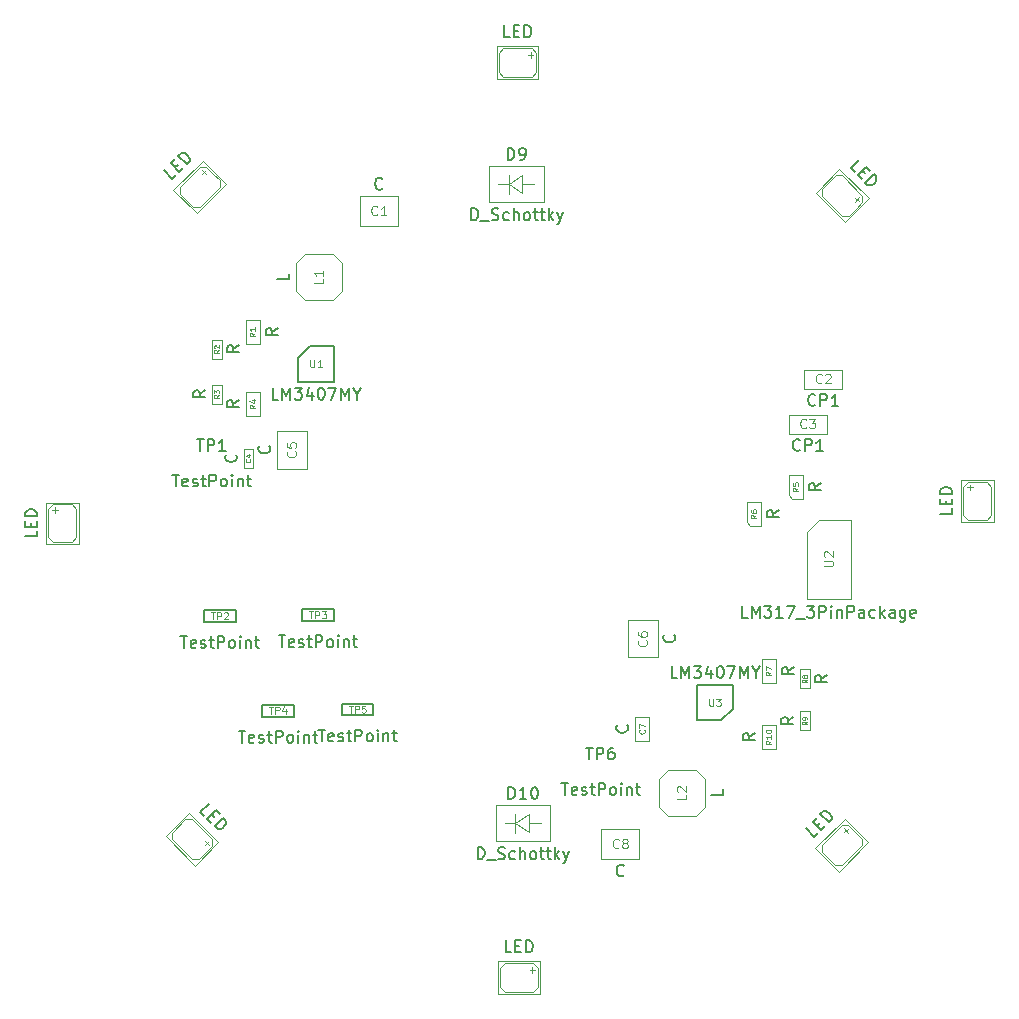
<source format=gbr>
G04 #@! TF.GenerationSoftware,KiCad,Pcbnew,(5.0.0)*
G04 #@! TF.CreationDate,2019-01-27T21:53:57-08:00*
G04 #@! TF.ProjectId,Lannister_coaster,4C616E6E69737465725F636F61737465,rev?*
G04 #@! TF.SameCoordinates,Original*
G04 #@! TF.FileFunction,Other,Fab,Top*
%FSLAX46Y46*%
G04 Gerber Fmt 4.6, Leading zero omitted, Abs format (unit mm)*
G04 Created by KiCad (PCBNEW (5.0.0)) date 01/27/19 21:53:57*
%MOMM*%
%LPD*%
G01*
G04 APERTURE LIST*
%ADD10C,0.100000*%
%ADD11C,0.150000*%
%ADD12C,0.120000*%
%ADD13C,0.080000*%
%ADD14C,0.090000*%
%ADD15C,0.060000*%
G04 APERTURE END LIST*
D10*
G04 #@! TO.C,D1*
X177785000Y-104968500D02*
X177785000Y-105418500D01*
X178035000Y-105188500D02*
X177535000Y-105188500D01*
X177635000Y-104718500D02*
X178435000Y-104718500D01*
X177235000Y-105118500D02*
X177635000Y-104718500D01*
X177235000Y-107518500D02*
X177235000Y-105118500D01*
X177635000Y-107918500D02*
X177235000Y-107518500D01*
X179235000Y-107918500D02*
X177635000Y-107918500D01*
X179635000Y-107518500D02*
X179235000Y-107918500D01*
X179635000Y-105118500D02*
X179635000Y-107518500D01*
X179235000Y-104718500D02*
X179635000Y-105118500D01*
X178435000Y-104718500D02*
X179235000Y-104718500D01*
X177035000Y-104568500D02*
X179835000Y-104568500D01*
X177035000Y-108068500D02*
X177035000Y-104568500D01*
X179835000Y-108068500D02*
X177035000Y-108068500D01*
X179835000Y-104568500D02*
X179835000Y-108068500D01*
G04 #@! TO.C,D10*
X139304560Y-133605020D02*
X140455180Y-132804920D01*
X139304560Y-133605020D02*
X140455180Y-134354320D01*
X140455180Y-134354320D02*
X140455180Y-132804920D01*
X139304560Y-132804920D02*
X139304560Y-134405120D01*
X140455180Y-133605020D02*
X141453400Y-133605020D01*
X139304560Y-133605020D02*
X138402860Y-133605020D01*
X142254000Y-132104000D02*
X137654000Y-132104000D01*
X142254000Y-132104000D02*
X142254000Y-135104000D01*
X137654000Y-135104000D02*
X137654000Y-132104000D01*
X142254000Y-135104000D02*
X137654000Y-135104000D01*
G04 #@! TO.C,D9*
X141714000Y-81002000D02*
X137114000Y-81002000D01*
X137114000Y-81002000D02*
X137114000Y-78002000D01*
X141714000Y-78002000D02*
X141714000Y-81002000D01*
X141714000Y-78002000D02*
X137114000Y-78002000D01*
X138764560Y-79503020D02*
X137862860Y-79503020D01*
X139915180Y-79503020D02*
X140913400Y-79503020D01*
X138764560Y-78702920D02*
X138764560Y-80303120D01*
X139915180Y-80252320D02*
X139915180Y-78702920D01*
X138764560Y-79503020D02*
X139915180Y-80252320D01*
X138764560Y-79503020D02*
X139915180Y-78702920D01*
G04 #@! TO.C,C3*
X165684000Y-100622000D02*
X162484000Y-100622000D01*
X165684000Y-99022000D02*
X165684000Y-100622000D01*
X162484000Y-99022000D02*
X165684000Y-99022000D01*
X162484000Y-100622000D02*
X162484000Y-99022000D01*
G04 #@! TO.C,C2*
X163779400Y-96812000D02*
X163779400Y-95212000D01*
X163779400Y-95212000D02*
X166979400Y-95212000D01*
X166979400Y-95212000D02*
X166979400Y-96812000D01*
X166979400Y-96812000D02*
X163779400Y-96812000D01*
G04 #@! TO.C,R5*
X163668000Y-104156000D02*
X162468000Y-104156000D01*
X163668000Y-106156000D02*
X163668000Y-104156000D01*
X162768000Y-106156000D02*
X163668000Y-106156000D01*
X162468000Y-105856000D02*
X162768000Y-106156000D01*
X162468000Y-104156000D02*
X162468000Y-105856000D01*
G04 #@! TO.C,R6*
X158912000Y-106442000D02*
X158912000Y-108142000D01*
X158912000Y-108142000D02*
X159212000Y-108442000D01*
X159212000Y-108442000D02*
X160112000Y-108442000D01*
X160112000Y-108442000D02*
X160112000Y-106442000D01*
X160112000Y-106442000D02*
X158912000Y-106442000D01*
G04 #@! TO.C,U2*
X164012000Y-108952000D02*
X165062000Y-107902000D01*
X164012000Y-108952000D02*
X164012000Y-114602000D01*
X165062000Y-107902000D02*
X167712000Y-107902000D01*
X164012000Y-114602000D02*
X167712000Y-114602000D01*
X167712000Y-107902000D02*
X167712000Y-114602000D01*
D11*
G04 #@! TO.C,TP3*
X121255800Y-116501800D02*
X121255800Y-115501800D01*
X123955800Y-115501800D02*
X121255800Y-115501800D01*
X123955800Y-115501800D02*
X123955800Y-116501800D01*
X121255800Y-116501800D02*
X123955800Y-116501800D01*
G04 #@! TO.C,TP5*
X124608600Y-124477400D02*
X127308600Y-124477400D01*
X127308600Y-123477400D02*
X127308600Y-124477400D01*
X127308600Y-123477400D02*
X124608600Y-123477400D01*
X124608600Y-124477400D02*
X124608600Y-123477400D01*
G04 #@! TO.C,TP2*
X112950000Y-116578000D02*
X112950000Y-115578000D01*
X115650000Y-115578000D02*
X112950000Y-115578000D01*
X115650000Y-115578000D02*
X115650000Y-116578000D01*
X112950000Y-116578000D02*
X115650000Y-116578000D01*
G04 #@! TO.C,TP4*
X117877600Y-124579000D02*
X120577600Y-124579000D01*
X120577600Y-123579000D02*
X120577600Y-124579000D01*
X120577600Y-123579000D02*
X117877600Y-123579000D01*
X117877600Y-124579000D02*
X117877600Y-123579000D01*
D10*
G04 #@! TO.C,R8*
X164230000Y-120586500D02*
X164230000Y-122186500D01*
X163430000Y-120586500D02*
X164230000Y-120586500D01*
X163430000Y-122186500D02*
X163430000Y-120586500D01*
X164230000Y-122186500D02*
X163430000Y-122186500D01*
G04 #@! TO.C,R2*
X114446000Y-94272000D02*
X113646000Y-94272000D01*
X113646000Y-94272000D02*
X113646000Y-92672000D01*
X113646000Y-92672000D02*
X114446000Y-92672000D01*
X114446000Y-92672000D02*
X114446000Y-94272000D01*
G04 #@! TO.C,R3*
X113646000Y-98082000D02*
X113646000Y-96482000D01*
X114446000Y-98082000D02*
X113646000Y-98082000D01*
X114446000Y-96482000D02*
X114446000Y-98082000D01*
X113646000Y-96482000D02*
X114446000Y-96482000D01*
G04 #@! TO.C,R9*
X163430000Y-124142500D02*
X164230000Y-124142500D01*
X164230000Y-124142500D02*
X164230000Y-125742500D01*
X164230000Y-125742500D02*
X163430000Y-125742500D01*
X163430000Y-125742500D02*
X163430000Y-124142500D01*
G04 #@! TO.C,C4*
X116313000Y-101917500D02*
X117113000Y-101917500D01*
X117113000Y-101917500D02*
X117113000Y-103517500D01*
X117113000Y-103517500D02*
X116313000Y-103517500D01*
X116313000Y-103517500D02*
X116313000Y-101917500D01*
G04 #@! TO.C,D6*
X113349064Y-135467621D02*
X113030866Y-135149423D01*
X113016724Y-135488835D02*
X113370277Y-135135281D01*
X113631907Y-135538332D02*
X113066221Y-136104017D01*
X113631907Y-134972647D02*
X113631907Y-135538332D01*
X111934851Y-133275590D02*
X113631907Y-134972647D01*
X111369165Y-133275590D02*
X111934851Y-133275590D01*
X110237794Y-134406961D02*
X111369165Y-133275590D01*
X110237794Y-134972647D02*
X110237794Y-134406961D01*
X111934851Y-136669703D02*
X110237794Y-134972647D01*
X112500536Y-136669703D02*
X111934851Y-136669703D01*
X113066221Y-136104017D02*
X112500536Y-136669703D01*
X114162237Y-135220134D02*
X112182338Y-137200033D01*
X111687363Y-132745260D02*
X114162237Y-135220134D01*
X109707464Y-134725159D02*
X111687363Y-132745260D01*
X112182338Y-137200033D02*
X109707464Y-134725159D01*
G04 #@! TO.C,C7*
X149463200Y-124626100D02*
X150663200Y-124626100D01*
X150663200Y-124626100D02*
X150663200Y-126626100D01*
X150663200Y-126626100D02*
X149463200Y-126626100D01*
X149463200Y-126626100D02*
X149463200Y-124626100D01*
G04 #@! TO.C,C5*
X119146000Y-103584000D02*
X119146000Y-100384000D01*
X121646000Y-103584000D02*
X119146000Y-103584000D01*
X121646000Y-100384000D02*
X121646000Y-103584000D01*
X119146000Y-100384000D02*
X121646000Y-100384000D01*
G04 #@! TO.C,C6*
X151364000Y-119580000D02*
X148864000Y-119580000D01*
X148864000Y-119580000D02*
X148864000Y-116380000D01*
X148864000Y-116380000D02*
X151364000Y-116380000D01*
X151364000Y-116380000D02*
X151364000Y-119580000D01*
G04 #@! TO.C,C1*
X126162000Y-80538000D02*
X129362000Y-80538000D01*
X126162000Y-83038000D02*
X126162000Y-80538000D01*
X129362000Y-83038000D02*
X126162000Y-83038000D01*
X129362000Y-80538000D02*
X129362000Y-83038000D01*
G04 #@! TO.C,C8*
X146606000Y-136632000D02*
X146606000Y-134132000D01*
X146606000Y-134132000D02*
X149806000Y-134132000D01*
X149806000Y-134132000D02*
X149806000Y-136632000D01*
X149806000Y-136632000D02*
X146606000Y-136632000D01*
G04 #@! TO.C,L2*
X151466000Y-132251000D02*
X151466000Y-129851000D01*
X152216000Y-129101000D02*
X154616000Y-129101000D01*
X155366000Y-129851000D02*
X155366000Y-132251000D01*
X154616000Y-133001000D02*
X152216000Y-133001000D01*
X155366000Y-129851000D02*
X154616000Y-129101000D01*
X154616000Y-133001000D02*
X155366000Y-132251000D01*
X152216000Y-133001000D02*
X151466000Y-132261000D01*
X151466000Y-129851000D02*
X152216000Y-129101000D01*
G04 #@! TO.C,L1*
X124632000Y-88589000D02*
X123882000Y-89339000D01*
X123882000Y-85439000D02*
X124632000Y-86179000D01*
X121482000Y-85439000D02*
X120732000Y-86189000D01*
X120732000Y-88589000D02*
X121482000Y-89339000D01*
X121482000Y-85439000D02*
X123882000Y-85439000D01*
X120732000Y-88589000D02*
X120732000Y-86189000D01*
X123882000Y-89339000D02*
X121482000Y-89339000D01*
X124632000Y-86189000D02*
X124632000Y-88589000D01*
G04 #@! TO.C,D3*
X141249979Y-70615000D02*
X137749979Y-70615000D01*
X137749979Y-70615000D02*
X137749979Y-67815000D01*
X137749979Y-67815000D02*
X141249979Y-67815000D01*
X141249979Y-67815000D02*
X141249979Y-70615000D01*
X141099979Y-69215000D02*
X141099979Y-70015000D01*
X141099979Y-70015000D02*
X140699979Y-70415000D01*
X140699979Y-70415000D02*
X138299979Y-70415000D01*
X138299979Y-70415000D02*
X137899979Y-70015000D01*
X137899979Y-70015000D02*
X137899979Y-68415000D01*
X137899979Y-68415000D02*
X138299979Y-68015000D01*
X138299979Y-68015000D02*
X140699979Y-68015000D01*
X140699979Y-68015000D02*
X141099979Y-68415000D01*
X141099979Y-68415000D02*
X141099979Y-69215000D01*
X140629979Y-68815000D02*
X140629979Y-68315000D01*
X140849979Y-68565000D02*
X140399979Y-68565000D01*
G04 #@! TO.C,D5*
X100315000Y-106859996D02*
X100315000Y-107309996D01*
X100565000Y-107079996D02*
X100065000Y-107079996D01*
X100165000Y-106609996D02*
X100965000Y-106609996D01*
X99765000Y-107009996D02*
X100165000Y-106609996D01*
X99765000Y-109409996D02*
X99765000Y-107009996D01*
X100165000Y-109809996D02*
X99765000Y-109409996D01*
X101765000Y-109809996D02*
X100165000Y-109809996D01*
X102165000Y-109409996D02*
X101765000Y-109809996D01*
X102165000Y-107009996D02*
X102165000Y-109409996D01*
X101765000Y-106609996D02*
X102165000Y-107009996D01*
X100965000Y-106609996D02*
X101765000Y-106609996D01*
X99565000Y-106459996D02*
X102365000Y-106459996D01*
X99565000Y-109959996D02*
X99565000Y-106459996D01*
X102365000Y-109959996D02*
X99565000Y-109959996D01*
X102365000Y-106459996D02*
X102365000Y-109959996D01*
G04 #@! TO.C,D4*
X114824517Y-79509582D02*
X112349643Y-81984456D01*
X112349643Y-81984456D02*
X110369744Y-80004557D01*
X110369744Y-80004557D02*
X112844618Y-77529683D01*
X112844618Y-77529683D02*
X114824517Y-79509582D01*
X113728501Y-78625699D02*
X114294187Y-79191384D01*
X114294187Y-79191384D02*
X114294187Y-79757069D01*
X114294187Y-79757069D02*
X112597131Y-81454126D01*
X112597131Y-81454126D02*
X112031445Y-81454126D01*
X112031445Y-81454126D02*
X110900074Y-80322755D01*
X110900074Y-80322755D02*
X110900074Y-79757069D01*
X110900074Y-79757069D02*
X112597131Y-78060013D01*
X112597131Y-78060013D02*
X113162816Y-78060013D01*
X113162816Y-78060013D02*
X113728501Y-78625699D01*
X113113319Y-78675196D02*
X112759765Y-78321643D01*
X113092105Y-78342856D02*
X112773907Y-78661054D01*
G04 #@! TO.C,D2*
X168416456Y-80963430D02*
X168098258Y-80645232D01*
X168084116Y-80984644D02*
X168437669Y-80631090D01*
X168699299Y-81034141D02*
X168133613Y-81599826D01*
X168699299Y-80468456D02*
X168699299Y-81034141D01*
X167002243Y-78771399D02*
X168699299Y-80468456D01*
X166436557Y-78771399D02*
X167002243Y-78771399D01*
X165305186Y-79902770D02*
X166436557Y-78771399D01*
X165305186Y-80468456D02*
X165305186Y-79902770D01*
X167002243Y-82165512D02*
X165305186Y-80468456D01*
X167567928Y-82165512D02*
X167002243Y-82165512D01*
X168133613Y-81599826D02*
X167567928Y-82165512D01*
X169229629Y-80715943D02*
X167249730Y-82695842D01*
X166754755Y-78241069D02*
X169229629Y-80715943D01*
X164774856Y-80220968D02*
X166754755Y-78241069D01*
X167249730Y-82695842D02*
X164774856Y-80220968D01*
G04 #@! TO.C,D7*
X141377005Y-148085000D02*
X137877005Y-148085000D01*
X137877005Y-148085000D02*
X137877005Y-145285000D01*
X137877005Y-145285000D02*
X141377005Y-145285000D01*
X141377005Y-145285000D02*
X141377005Y-148085000D01*
X141227005Y-146685000D02*
X141227005Y-147485000D01*
X141227005Y-147485000D02*
X140827005Y-147885000D01*
X140827005Y-147885000D02*
X138427005Y-147885000D01*
X138427005Y-147885000D02*
X138027005Y-147485000D01*
X138027005Y-147485000D02*
X138027005Y-145885000D01*
X138027005Y-145885000D02*
X138427005Y-145485000D01*
X138427005Y-145485000D02*
X140827005Y-145485000D01*
X140827005Y-145485000D02*
X141227005Y-145885000D01*
X141227005Y-145885000D02*
X141227005Y-146685000D01*
X140757005Y-146285000D02*
X140757005Y-145785000D01*
X140977005Y-146035000D02*
X140527005Y-146035000D01*
G04 #@! TO.C,D8*
X169179883Y-135237894D02*
X166705009Y-137712768D01*
X166705009Y-137712768D02*
X164725110Y-135732869D01*
X164725110Y-135732869D02*
X167199984Y-133257995D01*
X167199984Y-133257995D02*
X169179883Y-135237894D01*
X168083867Y-134354011D02*
X168649553Y-134919696D01*
X168649553Y-134919696D02*
X168649553Y-135485381D01*
X168649553Y-135485381D02*
X166952497Y-137182438D01*
X166952497Y-137182438D02*
X166386811Y-137182438D01*
X166386811Y-137182438D02*
X165255440Y-136051067D01*
X165255440Y-136051067D02*
X165255440Y-135485381D01*
X165255440Y-135485381D02*
X166952497Y-133788325D01*
X166952497Y-133788325D02*
X167518182Y-133788325D01*
X167518182Y-133788325D02*
X168083867Y-134354011D01*
X167468685Y-134403508D02*
X167115131Y-134049955D01*
X167447471Y-134071168D02*
X167129273Y-134389366D01*
D11*
G04 #@! TO.C,U1*
X120928000Y-94242000D02*
X121928000Y-93242000D01*
X120928000Y-96242000D02*
X120928000Y-94242000D01*
X123928000Y-96242000D02*
X120928000Y-96242000D01*
X123928000Y-93242000D02*
X123928000Y-96242000D01*
X121928000Y-93242000D02*
X123928000Y-93242000D01*
G04 #@! TO.C,U3*
X156710000Y-124906000D02*
X154710000Y-124906000D01*
X154710000Y-124906000D02*
X154710000Y-121906000D01*
X154710000Y-121906000D02*
X157710000Y-121906000D01*
X157710000Y-121906000D02*
X157710000Y-123906000D01*
X157710000Y-123906000D02*
X156710000Y-124906000D01*
D10*
G04 #@! TO.C,R1*
X117694000Y-91026500D02*
X117694000Y-93026500D01*
X116494000Y-91026500D02*
X117694000Y-91026500D01*
X116494000Y-93026500D02*
X116494000Y-91026500D01*
X117694000Y-93026500D02*
X116494000Y-93026500D01*
G04 #@! TO.C,R10*
X160182000Y-125316500D02*
X161382000Y-125316500D01*
X161382000Y-125316500D02*
X161382000Y-127316500D01*
X161382000Y-127316500D02*
X160182000Y-127316500D01*
X160182000Y-127316500D02*
X160182000Y-125316500D01*
G04 #@! TO.C,R4*
X116494000Y-99122500D02*
X116494000Y-97122500D01*
X117694000Y-99122500D02*
X116494000Y-99122500D01*
X117694000Y-97122500D02*
X117694000Y-99122500D01*
X116494000Y-97122500D02*
X117694000Y-97122500D01*
G04 #@! TO.C,R7*
X161382000Y-121728500D02*
X160182000Y-121728500D01*
X160182000Y-121728500D02*
X160182000Y-119728500D01*
X160182000Y-119728500D02*
X161382000Y-119728500D01*
X161382000Y-119728500D02*
X161382000Y-121728500D01*
G04 #@! TD*
G04 #@! TO.C,D1*
D11*
X176287380Y-106961357D02*
X176287380Y-107437547D01*
X175287380Y-107437547D01*
X175763571Y-106628023D02*
X175763571Y-106294690D01*
X176287380Y-106151833D02*
X176287380Y-106628023D01*
X175287380Y-106628023D01*
X175287380Y-106151833D01*
X176287380Y-105723261D02*
X175287380Y-105723261D01*
X175287380Y-105485166D01*
X175335000Y-105342309D01*
X175430238Y-105247071D01*
X175525476Y-105199452D01*
X175715952Y-105151833D01*
X175858809Y-105151833D01*
X176049285Y-105199452D01*
X176144523Y-105247071D01*
X176239761Y-105342309D01*
X176287380Y-105485166D01*
X176287380Y-105723261D01*
G04 #@! TO.C,D10*
X136144476Y-136656380D02*
X136144476Y-135656380D01*
X136382571Y-135656380D01*
X136525428Y-135704000D01*
X136620666Y-135799238D01*
X136668285Y-135894476D01*
X136715904Y-136084952D01*
X136715904Y-136227809D01*
X136668285Y-136418285D01*
X136620666Y-136513523D01*
X136525428Y-136608761D01*
X136382571Y-136656380D01*
X136144476Y-136656380D01*
X136906380Y-136751619D02*
X137668285Y-136751619D01*
X137858761Y-136608761D02*
X138001619Y-136656380D01*
X138239714Y-136656380D01*
X138334952Y-136608761D01*
X138382571Y-136561142D01*
X138430190Y-136465904D01*
X138430190Y-136370666D01*
X138382571Y-136275428D01*
X138334952Y-136227809D01*
X138239714Y-136180190D01*
X138049238Y-136132571D01*
X137954000Y-136084952D01*
X137906380Y-136037333D01*
X137858761Y-135942095D01*
X137858761Y-135846857D01*
X137906380Y-135751619D01*
X137954000Y-135704000D01*
X138049238Y-135656380D01*
X138287333Y-135656380D01*
X138430190Y-135704000D01*
X139287333Y-136608761D02*
X139192095Y-136656380D01*
X139001619Y-136656380D01*
X138906380Y-136608761D01*
X138858761Y-136561142D01*
X138811142Y-136465904D01*
X138811142Y-136180190D01*
X138858761Y-136084952D01*
X138906380Y-136037333D01*
X139001619Y-135989714D01*
X139192095Y-135989714D01*
X139287333Y-136037333D01*
X139715904Y-136656380D02*
X139715904Y-135656380D01*
X140144476Y-136656380D02*
X140144476Y-136132571D01*
X140096857Y-136037333D01*
X140001619Y-135989714D01*
X139858761Y-135989714D01*
X139763523Y-136037333D01*
X139715904Y-136084952D01*
X140763523Y-136656380D02*
X140668285Y-136608761D01*
X140620666Y-136561142D01*
X140573047Y-136465904D01*
X140573047Y-136180190D01*
X140620666Y-136084952D01*
X140668285Y-136037333D01*
X140763523Y-135989714D01*
X140906380Y-135989714D01*
X141001619Y-136037333D01*
X141049238Y-136084952D01*
X141096857Y-136180190D01*
X141096857Y-136465904D01*
X141049238Y-136561142D01*
X141001619Y-136608761D01*
X140906380Y-136656380D01*
X140763523Y-136656380D01*
X141382571Y-135989714D02*
X141763523Y-135989714D01*
X141525428Y-135656380D02*
X141525428Y-136513523D01*
X141573047Y-136608761D01*
X141668285Y-136656380D01*
X141763523Y-136656380D01*
X141954000Y-135989714D02*
X142334952Y-135989714D01*
X142096857Y-135656380D02*
X142096857Y-136513523D01*
X142144476Y-136608761D01*
X142239714Y-136656380D01*
X142334952Y-136656380D01*
X142668285Y-136656380D02*
X142668285Y-135656380D01*
X142763523Y-136275428D02*
X143049238Y-136656380D01*
X143049238Y-135989714D02*
X142668285Y-136370666D01*
X143382571Y-135989714D02*
X143620666Y-136656380D01*
X143858761Y-135989714D02*
X143620666Y-136656380D01*
X143525428Y-136894476D01*
X143477809Y-136942095D01*
X143382571Y-136989714D01*
X138739714Y-131556380D02*
X138739714Y-130556380D01*
X138977809Y-130556380D01*
X139120666Y-130604000D01*
X139215904Y-130699238D01*
X139263523Y-130794476D01*
X139311142Y-130984952D01*
X139311142Y-131127809D01*
X139263523Y-131318285D01*
X139215904Y-131413523D01*
X139120666Y-131508761D01*
X138977809Y-131556380D01*
X138739714Y-131556380D01*
X140263523Y-131556380D02*
X139692095Y-131556380D01*
X139977809Y-131556380D02*
X139977809Y-130556380D01*
X139882571Y-130699238D01*
X139787333Y-130794476D01*
X139692095Y-130842095D01*
X140882571Y-130556380D02*
X140977809Y-130556380D01*
X141073047Y-130604000D01*
X141120666Y-130651619D01*
X141168285Y-130746857D01*
X141215904Y-130937333D01*
X141215904Y-131175428D01*
X141168285Y-131365904D01*
X141120666Y-131461142D01*
X141073047Y-131508761D01*
X140977809Y-131556380D01*
X140882571Y-131556380D01*
X140787333Y-131508761D01*
X140739714Y-131461142D01*
X140692095Y-131365904D01*
X140644476Y-131175428D01*
X140644476Y-130937333D01*
X140692095Y-130746857D01*
X140739714Y-130651619D01*
X140787333Y-130604000D01*
X140882571Y-130556380D01*
G04 #@! TO.C,D9*
X135604476Y-82554380D02*
X135604476Y-81554380D01*
X135842571Y-81554380D01*
X135985428Y-81602000D01*
X136080666Y-81697238D01*
X136128285Y-81792476D01*
X136175904Y-81982952D01*
X136175904Y-82125809D01*
X136128285Y-82316285D01*
X136080666Y-82411523D01*
X135985428Y-82506761D01*
X135842571Y-82554380D01*
X135604476Y-82554380D01*
X136366380Y-82649619D02*
X137128285Y-82649619D01*
X137318761Y-82506761D02*
X137461619Y-82554380D01*
X137699714Y-82554380D01*
X137794952Y-82506761D01*
X137842571Y-82459142D01*
X137890190Y-82363904D01*
X137890190Y-82268666D01*
X137842571Y-82173428D01*
X137794952Y-82125809D01*
X137699714Y-82078190D01*
X137509238Y-82030571D01*
X137414000Y-81982952D01*
X137366380Y-81935333D01*
X137318761Y-81840095D01*
X137318761Y-81744857D01*
X137366380Y-81649619D01*
X137414000Y-81602000D01*
X137509238Y-81554380D01*
X137747333Y-81554380D01*
X137890190Y-81602000D01*
X138747333Y-82506761D02*
X138652095Y-82554380D01*
X138461619Y-82554380D01*
X138366380Y-82506761D01*
X138318761Y-82459142D01*
X138271142Y-82363904D01*
X138271142Y-82078190D01*
X138318761Y-81982952D01*
X138366380Y-81935333D01*
X138461619Y-81887714D01*
X138652095Y-81887714D01*
X138747333Y-81935333D01*
X139175904Y-82554380D02*
X139175904Y-81554380D01*
X139604476Y-82554380D02*
X139604476Y-82030571D01*
X139556857Y-81935333D01*
X139461619Y-81887714D01*
X139318761Y-81887714D01*
X139223523Y-81935333D01*
X139175904Y-81982952D01*
X140223523Y-82554380D02*
X140128285Y-82506761D01*
X140080666Y-82459142D01*
X140033047Y-82363904D01*
X140033047Y-82078190D01*
X140080666Y-81982952D01*
X140128285Y-81935333D01*
X140223523Y-81887714D01*
X140366380Y-81887714D01*
X140461619Y-81935333D01*
X140509238Y-81982952D01*
X140556857Y-82078190D01*
X140556857Y-82363904D01*
X140509238Y-82459142D01*
X140461619Y-82506761D01*
X140366380Y-82554380D01*
X140223523Y-82554380D01*
X140842571Y-81887714D02*
X141223523Y-81887714D01*
X140985428Y-81554380D02*
X140985428Y-82411523D01*
X141033047Y-82506761D01*
X141128285Y-82554380D01*
X141223523Y-82554380D01*
X141414000Y-81887714D02*
X141794952Y-81887714D01*
X141556857Y-81554380D02*
X141556857Y-82411523D01*
X141604476Y-82506761D01*
X141699714Y-82554380D01*
X141794952Y-82554380D01*
X142128285Y-82554380D02*
X142128285Y-81554380D01*
X142223523Y-82173428D02*
X142509238Y-82554380D01*
X142509238Y-81887714D02*
X142128285Y-82268666D01*
X142842571Y-81887714D02*
X143080666Y-82554380D01*
X143318761Y-81887714D02*
X143080666Y-82554380D01*
X142985428Y-82792476D01*
X142937809Y-82840095D01*
X142842571Y-82887714D01*
X138675904Y-77454380D02*
X138675904Y-76454380D01*
X138914000Y-76454380D01*
X139056857Y-76502000D01*
X139152095Y-76597238D01*
X139199714Y-76692476D01*
X139247333Y-76882952D01*
X139247333Y-77025809D01*
X139199714Y-77216285D01*
X139152095Y-77311523D01*
X139056857Y-77406761D01*
X138914000Y-77454380D01*
X138675904Y-77454380D01*
X139723523Y-77454380D02*
X139914000Y-77454380D01*
X140009238Y-77406761D01*
X140056857Y-77359142D01*
X140152095Y-77216285D01*
X140199714Y-77025809D01*
X140199714Y-76644857D01*
X140152095Y-76549619D01*
X140104476Y-76502000D01*
X140009238Y-76454380D01*
X139818761Y-76454380D01*
X139723523Y-76502000D01*
X139675904Y-76549619D01*
X139628285Y-76644857D01*
X139628285Y-76882952D01*
X139675904Y-76978190D01*
X139723523Y-77025809D01*
X139818761Y-77073428D01*
X140009238Y-77073428D01*
X140104476Y-77025809D01*
X140152095Y-76978190D01*
X140199714Y-76882952D01*
G04 #@! TO.C,C3*
X163417333Y-101999142D02*
X163369714Y-102046761D01*
X163226857Y-102094380D01*
X163131619Y-102094380D01*
X162988761Y-102046761D01*
X162893523Y-101951523D01*
X162845904Y-101856285D01*
X162798285Y-101665809D01*
X162798285Y-101522952D01*
X162845904Y-101332476D01*
X162893523Y-101237238D01*
X162988761Y-101142000D01*
X163131619Y-101094380D01*
X163226857Y-101094380D01*
X163369714Y-101142000D01*
X163417333Y-101189619D01*
X163845904Y-102094380D02*
X163845904Y-101094380D01*
X164226857Y-101094380D01*
X164322095Y-101142000D01*
X164369714Y-101189619D01*
X164417333Y-101284857D01*
X164417333Y-101427714D01*
X164369714Y-101522952D01*
X164322095Y-101570571D01*
X164226857Y-101618190D01*
X163845904Y-101618190D01*
X165369714Y-102094380D02*
X164798285Y-102094380D01*
X165084000Y-102094380D02*
X165084000Y-101094380D01*
X164988761Y-101237238D01*
X164893523Y-101332476D01*
X164798285Y-101380095D01*
D12*
X163950666Y-100107714D02*
X163912571Y-100145809D01*
X163798285Y-100183904D01*
X163722095Y-100183904D01*
X163607809Y-100145809D01*
X163531619Y-100069619D01*
X163493523Y-99993428D01*
X163455428Y-99841047D01*
X163455428Y-99726761D01*
X163493523Y-99574380D01*
X163531619Y-99498190D01*
X163607809Y-99422000D01*
X163722095Y-99383904D01*
X163798285Y-99383904D01*
X163912571Y-99422000D01*
X163950666Y-99460095D01*
X164217333Y-99383904D02*
X164712571Y-99383904D01*
X164445904Y-99688666D01*
X164560190Y-99688666D01*
X164636380Y-99726761D01*
X164674476Y-99764857D01*
X164712571Y-99841047D01*
X164712571Y-100031523D01*
X164674476Y-100107714D01*
X164636380Y-100145809D01*
X164560190Y-100183904D01*
X164331619Y-100183904D01*
X164255428Y-100145809D01*
X164217333Y-100107714D01*
G04 #@! TO.C,C2*
D11*
X164712733Y-98189142D02*
X164665114Y-98236761D01*
X164522257Y-98284380D01*
X164427019Y-98284380D01*
X164284161Y-98236761D01*
X164188923Y-98141523D01*
X164141304Y-98046285D01*
X164093685Y-97855809D01*
X164093685Y-97712952D01*
X164141304Y-97522476D01*
X164188923Y-97427238D01*
X164284161Y-97332000D01*
X164427019Y-97284380D01*
X164522257Y-97284380D01*
X164665114Y-97332000D01*
X164712733Y-97379619D01*
X165141304Y-98284380D02*
X165141304Y-97284380D01*
X165522257Y-97284380D01*
X165617495Y-97332000D01*
X165665114Y-97379619D01*
X165712733Y-97474857D01*
X165712733Y-97617714D01*
X165665114Y-97712952D01*
X165617495Y-97760571D01*
X165522257Y-97808190D01*
X165141304Y-97808190D01*
X166665114Y-98284380D02*
X166093685Y-98284380D01*
X166379400Y-98284380D02*
X166379400Y-97284380D01*
X166284161Y-97427238D01*
X166188923Y-97522476D01*
X166093685Y-97570095D01*
D12*
X165246066Y-96297714D02*
X165207971Y-96335809D01*
X165093685Y-96373904D01*
X165017495Y-96373904D01*
X164903209Y-96335809D01*
X164827019Y-96259619D01*
X164788923Y-96183428D01*
X164750828Y-96031047D01*
X164750828Y-95916761D01*
X164788923Y-95764380D01*
X164827019Y-95688190D01*
X164903209Y-95612000D01*
X165017495Y-95573904D01*
X165093685Y-95573904D01*
X165207971Y-95612000D01*
X165246066Y-95650095D01*
X165550828Y-95650095D02*
X165588923Y-95612000D01*
X165665114Y-95573904D01*
X165855590Y-95573904D01*
X165931780Y-95612000D01*
X165969876Y-95650095D01*
X166007971Y-95726285D01*
X166007971Y-95802476D01*
X165969876Y-95916761D01*
X165512733Y-96373904D01*
X166007971Y-96373904D01*
G04 #@! TO.C,R5*
D11*
X165170380Y-104846476D02*
X164694190Y-105179809D01*
X165170380Y-105417904D02*
X164170380Y-105417904D01*
X164170380Y-105036952D01*
X164218000Y-104941714D01*
X164265619Y-104894095D01*
X164360857Y-104846476D01*
X164503714Y-104846476D01*
X164598952Y-104894095D01*
X164646571Y-104941714D01*
X164694190Y-105036952D01*
X164694190Y-105417904D01*
D13*
X163294190Y-105239333D02*
X163056095Y-105406000D01*
X163294190Y-105525047D02*
X162794190Y-105525047D01*
X162794190Y-105334571D01*
X162818000Y-105286952D01*
X162841809Y-105263142D01*
X162889428Y-105239333D01*
X162960857Y-105239333D01*
X163008476Y-105263142D01*
X163032285Y-105286952D01*
X163056095Y-105334571D01*
X163056095Y-105525047D01*
X162794190Y-104786952D02*
X162794190Y-105025047D01*
X163032285Y-105048857D01*
X163008476Y-105025047D01*
X162984666Y-104977428D01*
X162984666Y-104858380D01*
X163008476Y-104810761D01*
X163032285Y-104786952D01*
X163079904Y-104763142D01*
X163198952Y-104763142D01*
X163246571Y-104786952D01*
X163270380Y-104810761D01*
X163294190Y-104858380D01*
X163294190Y-104977428D01*
X163270380Y-105025047D01*
X163246571Y-105048857D01*
G04 #@! TO.C,R6*
D11*
X161614380Y-107132476D02*
X161138190Y-107465809D01*
X161614380Y-107703904D02*
X160614380Y-107703904D01*
X160614380Y-107322952D01*
X160662000Y-107227714D01*
X160709619Y-107180095D01*
X160804857Y-107132476D01*
X160947714Y-107132476D01*
X161042952Y-107180095D01*
X161090571Y-107227714D01*
X161138190Y-107322952D01*
X161138190Y-107703904D01*
D13*
X159738190Y-107525333D02*
X159500095Y-107692000D01*
X159738190Y-107811047D02*
X159238190Y-107811047D01*
X159238190Y-107620571D01*
X159262000Y-107572952D01*
X159285809Y-107549142D01*
X159333428Y-107525333D01*
X159404857Y-107525333D01*
X159452476Y-107549142D01*
X159476285Y-107572952D01*
X159500095Y-107620571D01*
X159500095Y-107811047D01*
X159238190Y-107096761D02*
X159238190Y-107192000D01*
X159262000Y-107239619D01*
X159285809Y-107263428D01*
X159357238Y-107311047D01*
X159452476Y-107334857D01*
X159642952Y-107334857D01*
X159690571Y-107311047D01*
X159714380Y-107287238D01*
X159738190Y-107239619D01*
X159738190Y-107144380D01*
X159714380Y-107096761D01*
X159690571Y-107072952D01*
X159642952Y-107049142D01*
X159523904Y-107049142D01*
X159476285Y-107072952D01*
X159452476Y-107096761D01*
X159428666Y-107144380D01*
X159428666Y-107239619D01*
X159452476Y-107287238D01*
X159476285Y-107311047D01*
X159523904Y-107334857D01*
G04 #@! TO.C,U2*
D11*
X159004857Y-116204380D02*
X158528666Y-116204380D01*
X158528666Y-115204380D01*
X159338190Y-116204380D02*
X159338190Y-115204380D01*
X159671523Y-115918666D01*
X160004857Y-115204380D01*
X160004857Y-116204380D01*
X160385809Y-115204380D02*
X161004857Y-115204380D01*
X160671523Y-115585333D01*
X160814380Y-115585333D01*
X160909619Y-115632952D01*
X160957238Y-115680571D01*
X161004857Y-115775809D01*
X161004857Y-116013904D01*
X160957238Y-116109142D01*
X160909619Y-116156761D01*
X160814380Y-116204380D01*
X160528666Y-116204380D01*
X160433428Y-116156761D01*
X160385809Y-116109142D01*
X161957238Y-116204380D02*
X161385809Y-116204380D01*
X161671523Y-116204380D02*
X161671523Y-115204380D01*
X161576285Y-115347238D01*
X161481047Y-115442476D01*
X161385809Y-115490095D01*
X162290571Y-115204380D02*
X162957238Y-115204380D01*
X162528666Y-116204380D01*
X163100095Y-116299619D02*
X163862000Y-116299619D01*
X164004857Y-115204380D02*
X164623904Y-115204380D01*
X164290571Y-115585333D01*
X164433428Y-115585333D01*
X164528666Y-115632952D01*
X164576285Y-115680571D01*
X164623904Y-115775809D01*
X164623904Y-116013904D01*
X164576285Y-116109142D01*
X164528666Y-116156761D01*
X164433428Y-116204380D01*
X164147714Y-116204380D01*
X164052476Y-116156761D01*
X164004857Y-116109142D01*
X165052476Y-116204380D02*
X165052476Y-115204380D01*
X165433428Y-115204380D01*
X165528666Y-115252000D01*
X165576285Y-115299619D01*
X165623904Y-115394857D01*
X165623904Y-115537714D01*
X165576285Y-115632952D01*
X165528666Y-115680571D01*
X165433428Y-115728190D01*
X165052476Y-115728190D01*
X166052476Y-116204380D02*
X166052476Y-115537714D01*
X166052476Y-115204380D02*
X166004857Y-115252000D01*
X166052476Y-115299619D01*
X166100095Y-115252000D01*
X166052476Y-115204380D01*
X166052476Y-115299619D01*
X166528666Y-115537714D02*
X166528666Y-116204380D01*
X166528666Y-115632952D02*
X166576285Y-115585333D01*
X166671523Y-115537714D01*
X166814380Y-115537714D01*
X166909619Y-115585333D01*
X166957238Y-115680571D01*
X166957238Y-116204380D01*
X167433428Y-116204380D02*
X167433428Y-115204380D01*
X167814380Y-115204380D01*
X167909619Y-115252000D01*
X167957238Y-115299619D01*
X168004857Y-115394857D01*
X168004857Y-115537714D01*
X167957238Y-115632952D01*
X167909619Y-115680571D01*
X167814380Y-115728190D01*
X167433428Y-115728190D01*
X168862000Y-116204380D02*
X168862000Y-115680571D01*
X168814380Y-115585333D01*
X168719142Y-115537714D01*
X168528666Y-115537714D01*
X168433428Y-115585333D01*
X168862000Y-116156761D02*
X168766761Y-116204380D01*
X168528666Y-116204380D01*
X168433428Y-116156761D01*
X168385809Y-116061523D01*
X168385809Y-115966285D01*
X168433428Y-115871047D01*
X168528666Y-115823428D01*
X168766761Y-115823428D01*
X168862000Y-115775809D01*
X169766761Y-116156761D02*
X169671523Y-116204380D01*
X169481047Y-116204380D01*
X169385809Y-116156761D01*
X169338190Y-116109142D01*
X169290571Y-116013904D01*
X169290571Y-115728190D01*
X169338190Y-115632952D01*
X169385809Y-115585333D01*
X169481047Y-115537714D01*
X169671523Y-115537714D01*
X169766761Y-115585333D01*
X170195333Y-116204380D02*
X170195333Y-115204380D01*
X170290571Y-115823428D02*
X170576285Y-116204380D01*
X170576285Y-115537714D02*
X170195333Y-115918666D01*
X171433428Y-116204380D02*
X171433428Y-115680571D01*
X171385809Y-115585333D01*
X171290571Y-115537714D01*
X171100095Y-115537714D01*
X171004857Y-115585333D01*
X171433428Y-116156761D02*
X171338190Y-116204380D01*
X171100095Y-116204380D01*
X171004857Y-116156761D01*
X170957238Y-116061523D01*
X170957238Y-115966285D01*
X171004857Y-115871047D01*
X171100095Y-115823428D01*
X171338190Y-115823428D01*
X171433428Y-115775809D01*
X172338190Y-115537714D02*
X172338190Y-116347238D01*
X172290571Y-116442476D01*
X172242952Y-116490095D01*
X172147714Y-116537714D01*
X172004857Y-116537714D01*
X171909619Y-116490095D01*
X172338190Y-116156761D02*
X172242952Y-116204380D01*
X172052476Y-116204380D01*
X171957238Y-116156761D01*
X171909619Y-116109142D01*
X171862000Y-116013904D01*
X171862000Y-115728190D01*
X171909619Y-115632952D01*
X171957238Y-115585333D01*
X172052476Y-115537714D01*
X172242952Y-115537714D01*
X172338190Y-115585333D01*
X173195333Y-116156761D02*
X173100095Y-116204380D01*
X172909619Y-116204380D01*
X172814380Y-116156761D01*
X172766761Y-116061523D01*
X172766761Y-115680571D01*
X172814380Y-115585333D01*
X172909619Y-115537714D01*
X173100095Y-115537714D01*
X173195333Y-115585333D01*
X173242952Y-115680571D01*
X173242952Y-115775809D01*
X172766761Y-115871047D01*
D12*
X165423904Y-111861523D02*
X166071523Y-111861523D01*
X166147714Y-111823428D01*
X166185809Y-111785333D01*
X166223904Y-111709142D01*
X166223904Y-111556761D01*
X166185809Y-111480571D01*
X166147714Y-111442476D01*
X166071523Y-111404380D01*
X165423904Y-111404380D01*
X165500095Y-111061523D02*
X165462000Y-111023428D01*
X165423904Y-110947238D01*
X165423904Y-110756761D01*
X165462000Y-110680571D01*
X165500095Y-110642476D01*
X165576285Y-110604380D01*
X165652476Y-110604380D01*
X165766761Y-110642476D01*
X166223904Y-111099619D01*
X166223904Y-110604380D01*
G04 #@! TO.C,TP3*
D11*
X119272466Y-117704180D02*
X119843895Y-117704180D01*
X119558180Y-118704180D02*
X119558180Y-117704180D01*
X120558180Y-118656561D02*
X120462942Y-118704180D01*
X120272466Y-118704180D01*
X120177228Y-118656561D01*
X120129609Y-118561323D01*
X120129609Y-118180371D01*
X120177228Y-118085133D01*
X120272466Y-118037514D01*
X120462942Y-118037514D01*
X120558180Y-118085133D01*
X120605800Y-118180371D01*
X120605800Y-118275609D01*
X120129609Y-118370847D01*
X120986752Y-118656561D02*
X121081990Y-118704180D01*
X121272466Y-118704180D01*
X121367704Y-118656561D01*
X121415323Y-118561323D01*
X121415323Y-118513704D01*
X121367704Y-118418466D01*
X121272466Y-118370847D01*
X121129609Y-118370847D01*
X121034371Y-118323228D01*
X120986752Y-118227990D01*
X120986752Y-118180371D01*
X121034371Y-118085133D01*
X121129609Y-118037514D01*
X121272466Y-118037514D01*
X121367704Y-118085133D01*
X121701038Y-118037514D02*
X122081990Y-118037514D01*
X121843895Y-117704180D02*
X121843895Y-118561323D01*
X121891514Y-118656561D01*
X121986752Y-118704180D01*
X122081990Y-118704180D01*
X122415323Y-118704180D02*
X122415323Y-117704180D01*
X122796276Y-117704180D01*
X122891514Y-117751800D01*
X122939133Y-117799419D01*
X122986752Y-117894657D01*
X122986752Y-118037514D01*
X122939133Y-118132752D01*
X122891514Y-118180371D01*
X122796276Y-118227990D01*
X122415323Y-118227990D01*
X123558180Y-118704180D02*
X123462942Y-118656561D01*
X123415323Y-118608942D01*
X123367704Y-118513704D01*
X123367704Y-118227990D01*
X123415323Y-118132752D01*
X123462942Y-118085133D01*
X123558180Y-118037514D01*
X123701038Y-118037514D01*
X123796276Y-118085133D01*
X123843895Y-118132752D01*
X123891514Y-118227990D01*
X123891514Y-118513704D01*
X123843895Y-118608942D01*
X123796276Y-118656561D01*
X123701038Y-118704180D01*
X123558180Y-118704180D01*
X124320085Y-118704180D02*
X124320085Y-118037514D01*
X124320085Y-117704180D02*
X124272466Y-117751800D01*
X124320085Y-117799419D01*
X124367704Y-117751800D01*
X124320085Y-117704180D01*
X124320085Y-117799419D01*
X124796276Y-118037514D02*
X124796276Y-118704180D01*
X124796276Y-118132752D02*
X124843895Y-118085133D01*
X124939133Y-118037514D01*
X125081990Y-118037514D01*
X125177228Y-118085133D01*
X125224847Y-118180371D01*
X125224847Y-118704180D01*
X125558180Y-118037514D02*
X125939133Y-118037514D01*
X125701038Y-117704180D02*
X125701038Y-118561323D01*
X125748657Y-118656561D01*
X125843895Y-118704180D01*
X125939133Y-118704180D01*
D14*
X121848657Y-115673228D02*
X122191514Y-115673228D01*
X122020085Y-116273228D02*
X122020085Y-115673228D01*
X122391514Y-116273228D02*
X122391514Y-115673228D01*
X122620085Y-115673228D01*
X122677228Y-115701800D01*
X122705800Y-115730371D01*
X122734371Y-115787514D01*
X122734371Y-115873228D01*
X122705800Y-115930371D01*
X122677228Y-115958942D01*
X122620085Y-115987514D01*
X122391514Y-115987514D01*
X122934371Y-115673228D02*
X123305800Y-115673228D01*
X123105800Y-115901800D01*
X123191514Y-115901800D01*
X123248657Y-115930371D01*
X123277228Y-115958942D01*
X123305800Y-116016085D01*
X123305800Y-116158942D01*
X123277228Y-116216085D01*
X123248657Y-116244657D01*
X123191514Y-116273228D01*
X123020085Y-116273228D01*
X122962942Y-116244657D01*
X122934371Y-116216085D01*
G04 #@! TO.C,TP5*
D11*
X122625266Y-125679780D02*
X123196695Y-125679780D01*
X122910980Y-126679780D02*
X122910980Y-125679780D01*
X123910980Y-126632161D02*
X123815742Y-126679780D01*
X123625266Y-126679780D01*
X123530028Y-126632161D01*
X123482409Y-126536923D01*
X123482409Y-126155971D01*
X123530028Y-126060733D01*
X123625266Y-126013114D01*
X123815742Y-126013114D01*
X123910980Y-126060733D01*
X123958600Y-126155971D01*
X123958600Y-126251209D01*
X123482409Y-126346447D01*
X124339552Y-126632161D02*
X124434790Y-126679780D01*
X124625266Y-126679780D01*
X124720504Y-126632161D01*
X124768123Y-126536923D01*
X124768123Y-126489304D01*
X124720504Y-126394066D01*
X124625266Y-126346447D01*
X124482409Y-126346447D01*
X124387171Y-126298828D01*
X124339552Y-126203590D01*
X124339552Y-126155971D01*
X124387171Y-126060733D01*
X124482409Y-126013114D01*
X124625266Y-126013114D01*
X124720504Y-126060733D01*
X125053838Y-126013114D02*
X125434790Y-126013114D01*
X125196695Y-125679780D02*
X125196695Y-126536923D01*
X125244314Y-126632161D01*
X125339552Y-126679780D01*
X125434790Y-126679780D01*
X125768123Y-126679780D02*
X125768123Y-125679780D01*
X126149076Y-125679780D01*
X126244314Y-125727400D01*
X126291933Y-125775019D01*
X126339552Y-125870257D01*
X126339552Y-126013114D01*
X126291933Y-126108352D01*
X126244314Y-126155971D01*
X126149076Y-126203590D01*
X125768123Y-126203590D01*
X126910980Y-126679780D02*
X126815742Y-126632161D01*
X126768123Y-126584542D01*
X126720504Y-126489304D01*
X126720504Y-126203590D01*
X126768123Y-126108352D01*
X126815742Y-126060733D01*
X126910980Y-126013114D01*
X127053838Y-126013114D01*
X127149076Y-126060733D01*
X127196695Y-126108352D01*
X127244314Y-126203590D01*
X127244314Y-126489304D01*
X127196695Y-126584542D01*
X127149076Y-126632161D01*
X127053838Y-126679780D01*
X126910980Y-126679780D01*
X127672885Y-126679780D02*
X127672885Y-126013114D01*
X127672885Y-125679780D02*
X127625266Y-125727400D01*
X127672885Y-125775019D01*
X127720504Y-125727400D01*
X127672885Y-125679780D01*
X127672885Y-125775019D01*
X128149076Y-126013114D02*
X128149076Y-126679780D01*
X128149076Y-126108352D02*
X128196695Y-126060733D01*
X128291933Y-126013114D01*
X128434790Y-126013114D01*
X128530028Y-126060733D01*
X128577647Y-126155971D01*
X128577647Y-126679780D01*
X128910980Y-126013114D02*
X129291933Y-126013114D01*
X129053838Y-125679780D02*
X129053838Y-126536923D01*
X129101457Y-126632161D01*
X129196695Y-126679780D01*
X129291933Y-126679780D01*
D14*
X125201457Y-123648828D02*
X125544314Y-123648828D01*
X125372885Y-124248828D02*
X125372885Y-123648828D01*
X125744314Y-124248828D02*
X125744314Y-123648828D01*
X125972885Y-123648828D01*
X126030028Y-123677400D01*
X126058600Y-123705971D01*
X126087171Y-123763114D01*
X126087171Y-123848828D01*
X126058600Y-123905971D01*
X126030028Y-123934542D01*
X125972885Y-123963114D01*
X125744314Y-123963114D01*
X126630028Y-123648828D02*
X126344314Y-123648828D01*
X126315742Y-123934542D01*
X126344314Y-123905971D01*
X126401457Y-123877400D01*
X126544314Y-123877400D01*
X126601457Y-123905971D01*
X126630028Y-123934542D01*
X126658600Y-123991685D01*
X126658600Y-124134542D01*
X126630028Y-124191685D01*
X126601457Y-124220257D01*
X126544314Y-124248828D01*
X126401457Y-124248828D01*
X126344314Y-124220257D01*
X126315742Y-124191685D01*
G04 #@! TO.C,TP2*
D11*
X110966666Y-117780380D02*
X111538095Y-117780380D01*
X111252380Y-118780380D02*
X111252380Y-117780380D01*
X112252380Y-118732761D02*
X112157142Y-118780380D01*
X111966666Y-118780380D01*
X111871428Y-118732761D01*
X111823809Y-118637523D01*
X111823809Y-118256571D01*
X111871428Y-118161333D01*
X111966666Y-118113714D01*
X112157142Y-118113714D01*
X112252380Y-118161333D01*
X112300000Y-118256571D01*
X112300000Y-118351809D01*
X111823809Y-118447047D01*
X112680952Y-118732761D02*
X112776190Y-118780380D01*
X112966666Y-118780380D01*
X113061904Y-118732761D01*
X113109523Y-118637523D01*
X113109523Y-118589904D01*
X113061904Y-118494666D01*
X112966666Y-118447047D01*
X112823809Y-118447047D01*
X112728571Y-118399428D01*
X112680952Y-118304190D01*
X112680952Y-118256571D01*
X112728571Y-118161333D01*
X112823809Y-118113714D01*
X112966666Y-118113714D01*
X113061904Y-118161333D01*
X113395238Y-118113714D02*
X113776190Y-118113714D01*
X113538095Y-117780380D02*
X113538095Y-118637523D01*
X113585714Y-118732761D01*
X113680952Y-118780380D01*
X113776190Y-118780380D01*
X114109523Y-118780380D02*
X114109523Y-117780380D01*
X114490476Y-117780380D01*
X114585714Y-117828000D01*
X114633333Y-117875619D01*
X114680952Y-117970857D01*
X114680952Y-118113714D01*
X114633333Y-118208952D01*
X114585714Y-118256571D01*
X114490476Y-118304190D01*
X114109523Y-118304190D01*
X115252380Y-118780380D02*
X115157142Y-118732761D01*
X115109523Y-118685142D01*
X115061904Y-118589904D01*
X115061904Y-118304190D01*
X115109523Y-118208952D01*
X115157142Y-118161333D01*
X115252380Y-118113714D01*
X115395238Y-118113714D01*
X115490476Y-118161333D01*
X115538095Y-118208952D01*
X115585714Y-118304190D01*
X115585714Y-118589904D01*
X115538095Y-118685142D01*
X115490476Y-118732761D01*
X115395238Y-118780380D01*
X115252380Y-118780380D01*
X116014285Y-118780380D02*
X116014285Y-118113714D01*
X116014285Y-117780380D02*
X115966666Y-117828000D01*
X116014285Y-117875619D01*
X116061904Y-117828000D01*
X116014285Y-117780380D01*
X116014285Y-117875619D01*
X116490476Y-118113714D02*
X116490476Y-118780380D01*
X116490476Y-118208952D02*
X116538095Y-118161333D01*
X116633333Y-118113714D01*
X116776190Y-118113714D01*
X116871428Y-118161333D01*
X116919047Y-118256571D01*
X116919047Y-118780380D01*
X117252380Y-118113714D02*
X117633333Y-118113714D01*
X117395238Y-117780380D02*
X117395238Y-118637523D01*
X117442857Y-118732761D01*
X117538095Y-118780380D01*
X117633333Y-118780380D01*
D14*
X113542857Y-115749428D02*
X113885714Y-115749428D01*
X113714285Y-116349428D02*
X113714285Y-115749428D01*
X114085714Y-116349428D02*
X114085714Y-115749428D01*
X114314285Y-115749428D01*
X114371428Y-115778000D01*
X114400000Y-115806571D01*
X114428571Y-115863714D01*
X114428571Y-115949428D01*
X114400000Y-116006571D01*
X114371428Y-116035142D01*
X114314285Y-116063714D01*
X114085714Y-116063714D01*
X114657142Y-115806571D02*
X114685714Y-115778000D01*
X114742857Y-115749428D01*
X114885714Y-115749428D01*
X114942857Y-115778000D01*
X114971428Y-115806571D01*
X115000000Y-115863714D01*
X115000000Y-115920857D01*
X114971428Y-116006571D01*
X114628571Y-116349428D01*
X115000000Y-116349428D01*
G04 #@! TO.C,TP4*
D11*
X115894266Y-125781380D02*
X116465695Y-125781380D01*
X116179980Y-126781380D02*
X116179980Y-125781380D01*
X117179980Y-126733761D02*
X117084742Y-126781380D01*
X116894266Y-126781380D01*
X116799028Y-126733761D01*
X116751409Y-126638523D01*
X116751409Y-126257571D01*
X116799028Y-126162333D01*
X116894266Y-126114714D01*
X117084742Y-126114714D01*
X117179980Y-126162333D01*
X117227600Y-126257571D01*
X117227600Y-126352809D01*
X116751409Y-126448047D01*
X117608552Y-126733761D02*
X117703790Y-126781380D01*
X117894266Y-126781380D01*
X117989504Y-126733761D01*
X118037123Y-126638523D01*
X118037123Y-126590904D01*
X117989504Y-126495666D01*
X117894266Y-126448047D01*
X117751409Y-126448047D01*
X117656171Y-126400428D01*
X117608552Y-126305190D01*
X117608552Y-126257571D01*
X117656171Y-126162333D01*
X117751409Y-126114714D01*
X117894266Y-126114714D01*
X117989504Y-126162333D01*
X118322838Y-126114714D02*
X118703790Y-126114714D01*
X118465695Y-125781380D02*
X118465695Y-126638523D01*
X118513314Y-126733761D01*
X118608552Y-126781380D01*
X118703790Y-126781380D01*
X119037123Y-126781380D02*
X119037123Y-125781380D01*
X119418076Y-125781380D01*
X119513314Y-125829000D01*
X119560933Y-125876619D01*
X119608552Y-125971857D01*
X119608552Y-126114714D01*
X119560933Y-126209952D01*
X119513314Y-126257571D01*
X119418076Y-126305190D01*
X119037123Y-126305190D01*
X120179980Y-126781380D02*
X120084742Y-126733761D01*
X120037123Y-126686142D01*
X119989504Y-126590904D01*
X119989504Y-126305190D01*
X120037123Y-126209952D01*
X120084742Y-126162333D01*
X120179980Y-126114714D01*
X120322838Y-126114714D01*
X120418076Y-126162333D01*
X120465695Y-126209952D01*
X120513314Y-126305190D01*
X120513314Y-126590904D01*
X120465695Y-126686142D01*
X120418076Y-126733761D01*
X120322838Y-126781380D01*
X120179980Y-126781380D01*
X120941885Y-126781380D02*
X120941885Y-126114714D01*
X120941885Y-125781380D02*
X120894266Y-125829000D01*
X120941885Y-125876619D01*
X120989504Y-125829000D01*
X120941885Y-125781380D01*
X120941885Y-125876619D01*
X121418076Y-126114714D02*
X121418076Y-126781380D01*
X121418076Y-126209952D02*
X121465695Y-126162333D01*
X121560933Y-126114714D01*
X121703790Y-126114714D01*
X121799028Y-126162333D01*
X121846647Y-126257571D01*
X121846647Y-126781380D01*
X122179980Y-126114714D02*
X122560933Y-126114714D01*
X122322838Y-125781380D02*
X122322838Y-126638523D01*
X122370457Y-126733761D01*
X122465695Y-126781380D01*
X122560933Y-126781380D01*
D14*
X118470457Y-123750428D02*
X118813314Y-123750428D01*
X118641885Y-124350428D02*
X118641885Y-123750428D01*
X119013314Y-124350428D02*
X119013314Y-123750428D01*
X119241885Y-123750428D01*
X119299028Y-123779000D01*
X119327600Y-123807571D01*
X119356171Y-123864714D01*
X119356171Y-123950428D01*
X119327600Y-124007571D01*
X119299028Y-124036142D01*
X119241885Y-124064714D01*
X119013314Y-124064714D01*
X119870457Y-123950428D02*
X119870457Y-124350428D01*
X119727600Y-123721857D02*
X119584742Y-124150428D01*
X119956171Y-124150428D01*
G04 #@! TO.C,TP1*
D11*
X110280866Y-104100980D02*
X110852295Y-104100980D01*
X110566580Y-105100980D02*
X110566580Y-104100980D01*
X111566580Y-105053361D02*
X111471342Y-105100980D01*
X111280866Y-105100980D01*
X111185628Y-105053361D01*
X111138009Y-104958123D01*
X111138009Y-104577171D01*
X111185628Y-104481933D01*
X111280866Y-104434314D01*
X111471342Y-104434314D01*
X111566580Y-104481933D01*
X111614200Y-104577171D01*
X111614200Y-104672409D01*
X111138009Y-104767647D01*
X111995152Y-105053361D02*
X112090390Y-105100980D01*
X112280866Y-105100980D01*
X112376104Y-105053361D01*
X112423723Y-104958123D01*
X112423723Y-104910504D01*
X112376104Y-104815266D01*
X112280866Y-104767647D01*
X112138009Y-104767647D01*
X112042771Y-104720028D01*
X111995152Y-104624790D01*
X111995152Y-104577171D01*
X112042771Y-104481933D01*
X112138009Y-104434314D01*
X112280866Y-104434314D01*
X112376104Y-104481933D01*
X112709438Y-104434314D02*
X113090390Y-104434314D01*
X112852295Y-104100980D02*
X112852295Y-104958123D01*
X112899914Y-105053361D01*
X112995152Y-105100980D01*
X113090390Y-105100980D01*
X113423723Y-105100980D02*
X113423723Y-104100980D01*
X113804676Y-104100980D01*
X113899914Y-104148600D01*
X113947533Y-104196219D01*
X113995152Y-104291457D01*
X113995152Y-104434314D01*
X113947533Y-104529552D01*
X113899914Y-104577171D01*
X113804676Y-104624790D01*
X113423723Y-104624790D01*
X114566580Y-105100980D02*
X114471342Y-105053361D01*
X114423723Y-105005742D01*
X114376104Y-104910504D01*
X114376104Y-104624790D01*
X114423723Y-104529552D01*
X114471342Y-104481933D01*
X114566580Y-104434314D01*
X114709438Y-104434314D01*
X114804676Y-104481933D01*
X114852295Y-104529552D01*
X114899914Y-104624790D01*
X114899914Y-104910504D01*
X114852295Y-105005742D01*
X114804676Y-105053361D01*
X114709438Y-105100980D01*
X114566580Y-105100980D01*
X115328485Y-105100980D02*
X115328485Y-104434314D01*
X115328485Y-104100980D02*
X115280866Y-104148600D01*
X115328485Y-104196219D01*
X115376104Y-104148600D01*
X115328485Y-104100980D01*
X115328485Y-104196219D01*
X115804676Y-104434314D02*
X115804676Y-105100980D01*
X115804676Y-104529552D02*
X115852295Y-104481933D01*
X115947533Y-104434314D01*
X116090390Y-104434314D01*
X116185628Y-104481933D01*
X116233247Y-104577171D01*
X116233247Y-105100980D01*
X116566580Y-104434314D02*
X116947533Y-104434314D01*
X116709438Y-104100980D02*
X116709438Y-104958123D01*
X116757057Y-105053361D01*
X116852295Y-105100980D01*
X116947533Y-105100980D01*
X112352295Y-101100980D02*
X112923723Y-101100980D01*
X112638009Y-102100980D02*
X112638009Y-101100980D01*
X113257057Y-102100980D02*
X113257057Y-101100980D01*
X113638009Y-101100980D01*
X113733247Y-101148600D01*
X113780866Y-101196219D01*
X113828485Y-101291457D01*
X113828485Y-101434314D01*
X113780866Y-101529552D01*
X113733247Y-101577171D01*
X113638009Y-101624790D01*
X113257057Y-101624790D01*
X114780866Y-102100980D02*
X114209438Y-102100980D01*
X114495152Y-102100980D02*
X114495152Y-101100980D01*
X114399914Y-101243838D01*
X114304676Y-101339076D01*
X114209438Y-101386695D01*
G04 #@! TO.C,TP6*
X143224666Y-130212180D02*
X143796095Y-130212180D01*
X143510380Y-131212180D02*
X143510380Y-130212180D01*
X144510380Y-131164561D02*
X144415142Y-131212180D01*
X144224666Y-131212180D01*
X144129428Y-131164561D01*
X144081809Y-131069323D01*
X144081809Y-130688371D01*
X144129428Y-130593133D01*
X144224666Y-130545514D01*
X144415142Y-130545514D01*
X144510380Y-130593133D01*
X144558000Y-130688371D01*
X144558000Y-130783609D01*
X144081809Y-130878847D01*
X144938952Y-131164561D02*
X145034190Y-131212180D01*
X145224666Y-131212180D01*
X145319904Y-131164561D01*
X145367523Y-131069323D01*
X145367523Y-131021704D01*
X145319904Y-130926466D01*
X145224666Y-130878847D01*
X145081809Y-130878847D01*
X144986571Y-130831228D01*
X144938952Y-130735990D01*
X144938952Y-130688371D01*
X144986571Y-130593133D01*
X145081809Y-130545514D01*
X145224666Y-130545514D01*
X145319904Y-130593133D01*
X145653238Y-130545514D02*
X146034190Y-130545514D01*
X145796095Y-130212180D02*
X145796095Y-131069323D01*
X145843714Y-131164561D01*
X145938952Y-131212180D01*
X146034190Y-131212180D01*
X146367523Y-131212180D02*
X146367523Y-130212180D01*
X146748476Y-130212180D01*
X146843714Y-130259800D01*
X146891333Y-130307419D01*
X146938952Y-130402657D01*
X146938952Y-130545514D01*
X146891333Y-130640752D01*
X146843714Y-130688371D01*
X146748476Y-130735990D01*
X146367523Y-130735990D01*
X147510380Y-131212180D02*
X147415142Y-131164561D01*
X147367523Y-131116942D01*
X147319904Y-131021704D01*
X147319904Y-130735990D01*
X147367523Y-130640752D01*
X147415142Y-130593133D01*
X147510380Y-130545514D01*
X147653238Y-130545514D01*
X147748476Y-130593133D01*
X147796095Y-130640752D01*
X147843714Y-130735990D01*
X147843714Y-131021704D01*
X147796095Y-131116942D01*
X147748476Y-131164561D01*
X147653238Y-131212180D01*
X147510380Y-131212180D01*
X148272285Y-131212180D02*
X148272285Y-130545514D01*
X148272285Y-130212180D02*
X148224666Y-130259800D01*
X148272285Y-130307419D01*
X148319904Y-130259800D01*
X148272285Y-130212180D01*
X148272285Y-130307419D01*
X148748476Y-130545514D02*
X148748476Y-131212180D01*
X148748476Y-130640752D02*
X148796095Y-130593133D01*
X148891333Y-130545514D01*
X149034190Y-130545514D01*
X149129428Y-130593133D01*
X149177047Y-130688371D01*
X149177047Y-131212180D01*
X149510380Y-130545514D02*
X149891333Y-130545514D01*
X149653238Y-130212180D02*
X149653238Y-131069323D01*
X149700857Y-131164561D01*
X149796095Y-131212180D01*
X149891333Y-131212180D01*
X145296095Y-127212180D02*
X145867523Y-127212180D01*
X145581809Y-128212180D02*
X145581809Y-127212180D01*
X146200857Y-128212180D02*
X146200857Y-127212180D01*
X146581809Y-127212180D01*
X146677047Y-127259800D01*
X146724666Y-127307419D01*
X146772285Y-127402657D01*
X146772285Y-127545514D01*
X146724666Y-127640752D01*
X146677047Y-127688371D01*
X146581809Y-127735990D01*
X146200857Y-127735990D01*
X147629428Y-127212180D02*
X147438952Y-127212180D01*
X147343714Y-127259800D01*
X147296095Y-127307419D01*
X147200857Y-127450276D01*
X147153238Y-127640752D01*
X147153238Y-128021704D01*
X147200857Y-128116942D01*
X147248476Y-128164561D01*
X147343714Y-128212180D01*
X147534190Y-128212180D01*
X147629428Y-128164561D01*
X147677047Y-128116942D01*
X147724666Y-128021704D01*
X147724666Y-127783609D01*
X147677047Y-127688371D01*
X147629428Y-127640752D01*
X147534190Y-127593133D01*
X147343714Y-127593133D01*
X147248476Y-127640752D01*
X147200857Y-127688371D01*
X147153238Y-127783609D01*
G04 #@! TO.C,R8*
X165712380Y-121076976D02*
X165236190Y-121410309D01*
X165712380Y-121648404D02*
X164712380Y-121648404D01*
X164712380Y-121267452D01*
X164760000Y-121172214D01*
X164807619Y-121124595D01*
X164902857Y-121076976D01*
X165045714Y-121076976D01*
X165140952Y-121124595D01*
X165188571Y-121172214D01*
X165236190Y-121267452D01*
X165236190Y-121648404D01*
D15*
X164010952Y-121453166D02*
X163820476Y-121586500D01*
X164010952Y-121681738D02*
X163610952Y-121681738D01*
X163610952Y-121529357D01*
X163630000Y-121491261D01*
X163649047Y-121472214D01*
X163687142Y-121453166D01*
X163744285Y-121453166D01*
X163782380Y-121472214D01*
X163801428Y-121491261D01*
X163820476Y-121529357D01*
X163820476Y-121681738D01*
X163782380Y-121224595D02*
X163763333Y-121262690D01*
X163744285Y-121281738D01*
X163706190Y-121300785D01*
X163687142Y-121300785D01*
X163649047Y-121281738D01*
X163630000Y-121262690D01*
X163610952Y-121224595D01*
X163610952Y-121148404D01*
X163630000Y-121110309D01*
X163649047Y-121091261D01*
X163687142Y-121072214D01*
X163706190Y-121072214D01*
X163744285Y-121091261D01*
X163763333Y-121110309D01*
X163782380Y-121148404D01*
X163782380Y-121224595D01*
X163801428Y-121262690D01*
X163820476Y-121281738D01*
X163858571Y-121300785D01*
X163934761Y-121300785D01*
X163972857Y-121281738D01*
X163991904Y-121262690D01*
X164010952Y-121224595D01*
X164010952Y-121148404D01*
X163991904Y-121110309D01*
X163972857Y-121091261D01*
X163934761Y-121072214D01*
X163858571Y-121072214D01*
X163820476Y-121091261D01*
X163801428Y-121110309D01*
X163782380Y-121148404D01*
G04 #@! TO.C,R2*
D11*
X115928380Y-93162476D02*
X115452190Y-93495809D01*
X115928380Y-93733904D02*
X114928380Y-93733904D01*
X114928380Y-93352952D01*
X114976000Y-93257714D01*
X115023619Y-93210095D01*
X115118857Y-93162476D01*
X115261714Y-93162476D01*
X115356952Y-93210095D01*
X115404571Y-93257714D01*
X115452190Y-93352952D01*
X115452190Y-93733904D01*
D15*
X114226952Y-93538666D02*
X114036476Y-93672000D01*
X114226952Y-93767238D02*
X113826952Y-93767238D01*
X113826952Y-93614857D01*
X113846000Y-93576761D01*
X113865047Y-93557714D01*
X113903142Y-93538666D01*
X113960285Y-93538666D01*
X113998380Y-93557714D01*
X114017428Y-93576761D01*
X114036476Y-93614857D01*
X114036476Y-93767238D01*
X113865047Y-93386285D02*
X113846000Y-93367238D01*
X113826952Y-93329142D01*
X113826952Y-93233904D01*
X113846000Y-93195809D01*
X113865047Y-93176761D01*
X113903142Y-93157714D01*
X113941238Y-93157714D01*
X113998380Y-93176761D01*
X114226952Y-93405333D01*
X114226952Y-93157714D01*
G04 #@! TO.C,R3*
D11*
X113068380Y-96972476D02*
X112592190Y-97305809D01*
X113068380Y-97543904D02*
X112068380Y-97543904D01*
X112068380Y-97162952D01*
X112116000Y-97067714D01*
X112163619Y-97020095D01*
X112258857Y-96972476D01*
X112401714Y-96972476D01*
X112496952Y-97020095D01*
X112544571Y-97067714D01*
X112592190Y-97162952D01*
X112592190Y-97543904D01*
D15*
X114226952Y-97348666D02*
X114036476Y-97482000D01*
X114226952Y-97577238D02*
X113826952Y-97577238D01*
X113826952Y-97424857D01*
X113846000Y-97386761D01*
X113865047Y-97367714D01*
X113903142Y-97348666D01*
X113960285Y-97348666D01*
X113998380Y-97367714D01*
X114017428Y-97386761D01*
X114036476Y-97424857D01*
X114036476Y-97577238D01*
X113826952Y-97215333D02*
X113826952Y-96967714D01*
X113979333Y-97101047D01*
X113979333Y-97043904D01*
X113998380Y-97005809D01*
X114017428Y-96986761D01*
X114055523Y-96967714D01*
X114150761Y-96967714D01*
X114188857Y-96986761D01*
X114207904Y-97005809D01*
X114226952Y-97043904D01*
X114226952Y-97158190D01*
X114207904Y-97196285D01*
X114188857Y-97215333D01*
G04 #@! TO.C,R9*
D11*
X162852380Y-124632976D02*
X162376190Y-124966309D01*
X162852380Y-125204404D02*
X161852380Y-125204404D01*
X161852380Y-124823452D01*
X161900000Y-124728214D01*
X161947619Y-124680595D01*
X162042857Y-124632976D01*
X162185714Y-124632976D01*
X162280952Y-124680595D01*
X162328571Y-124728214D01*
X162376190Y-124823452D01*
X162376190Y-125204404D01*
D15*
X164010952Y-125009166D02*
X163820476Y-125142500D01*
X164010952Y-125237738D02*
X163610952Y-125237738D01*
X163610952Y-125085357D01*
X163630000Y-125047261D01*
X163649047Y-125028214D01*
X163687142Y-125009166D01*
X163744285Y-125009166D01*
X163782380Y-125028214D01*
X163801428Y-125047261D01*
X163820476Y-125085357D01*
X163820476Y-125237738D01*
X164010952Y-124818690D02*
X164010952Y-124742500D01*
X163991904Y-124704404D01*
X163972857Y-124685357D01*
X163915714Y-124647261D01*
X163839523Y-124628214D01*
X163687142Y-124628214D01*
X163649047Y-124647261D01*
X163630000Y-124666309D01*
X163610952Y-124704404D01*
X163610952Y-124780595D01*
X163630000Y-124818690D01*
X163649047Y-124837738D01*
X163687142Y-124856785D01*
X163782380Y-124856785D01*
X163820476Y-124837738D01*
X163839523Y-124818690D01*
X163858571Y-124780595D01*
X163858571Y-124704404D01*
X163839523Y-124666309D01*
X163820476Y-124647261D01*
X163782380Y-124628214D01*
G04 #@! TO.C,C4*
D11*
X115640142Y-102407976D02*
X115687761Y-102455595D01*
X115735380Y-102598452D01*
X115735380Y-102693690D01*
X115687761Y-102836547D01*
X115592523Y-102931785D01*
X115497285Y-102979404D01*
X115306809Y-103027023D01*
X115163952Y-103027023D01*
X114973476Y-102979404D01*
X114878238Y-102931785D01*
X114783000Y-102836547D01*
X114735380Y-102693690D01*
X114735380Y-102598452D01*
X114783000Y-102455595D01*
X114830619Y-102407976D01*
D15*
X116855857Y-102784166D02*
X116874904Y-102803214D01*
X116893952Y-102860357D01*
X116893952Y-102898452D01*
X116874904Y-102955595D01*
X116836809Y-102993690D01*
X116798714Y-103012738D01*
X116722523Y-103031785D01*
X116665380Y-103031785D01*
X116589190Y-103012738D01*
X116551095Y-102993690D01*
X116513000Y-102955595D01*
X116493952Y-102898452D01*
X116493952Y-102860357D01*
X116513000Y-102803214D01*
X116532047Y-102784166D01*
X116627285Y-102441309D02*
X116893952Y-102441309D01*
X116474904Y-102536547D02*
X116760619Y-102631785D01*
X116760619Y-102384166D01*
G04 #@! TO.C,D6*
D11*
X112998877Y-132999481D02*
X112662160Y-132662764D01*
X113369266Y-131955657D01*
X113604969Y-132864794D02*
X113840671Y-133100497D01*
X113571297Y-133571901D02*
X113234579Y-133235184D01*
X113941686Y-132528077D01*
X114278404Y-132864794D01*
X113874343Y-133874947D02*
X114581450Y-133167840D01*
X114749808Y-133336199D01*
X114817152Y-133470886D01*
X114817152Y-133605573D01*
X114783480Y-133706588D01*
X114682465Y-133874947D01*
X114581450Y-133975962D01*
X114413091Y-134076978D01*
X114312076Y-134110649D01*
X114177389Y-134110649D01*
X114042702Y-134043306D01*
X113874343Y-133874947D01*
G04 #@! TO.C,C7*
X148770342Y-125316576D02*
X148817961Y-125364195D01*
X148865580Y-125507052D01*
X148865580Y-125602290D01*
X148817961Y-125745147D01*
X148722723Y-125840385D01*
X148627485Y-125888004D01*
X148437009Y-125935623D01*
X148294152Y-125935623D01*
X148103676Y-125888004D01*
X148008438Y-125840385D01*
X147913200Y-125745147D01*
X147865580Y-125602290D01*
X147865580Y-125507052D01*
X147913200Y-125364195D01*
X147960819Y-125316576D01*
D13*
X150241771Y-125709433D02*
X150265580Y-125733242D01*
X150289390Y-125804671D01*
X150289390Y-125852290D01*
X150265580Y-125923719D01*
X150217961Y-125971338D01*
X150170342Y-125995147D01*
X150075104Y-126018957D01*
X150003676Y-126018957D01*
X149908438Y-125995147D01*
X149860819Y-125971338D01*
X149813200Y-125923719D01*
X149789390Y-125852290D01*
X149789390Y-125804671D01*
X149813200Y-125733242D01*
X149837009Y-125709433D01*
X149789390Y-125542766D02*
X149789390Y-125209433D01*
X150289390Y-125423719D01*
G04 #@! TO.C,C5*
D11*
X118473142Y-101674476D02*
X118520761Y-101722095D01*
X118568380Y-101864952D01*
X118568380Y-101960190D01*
X118520761Y-102103047D01*
X118425523Y-102198285D01*
X118330285Y-102245904D01*
X118139809Y-102293523D01*
X117996952Y-102293523D01*
X117806476Y-102245904D01*
X117711238Y-102198285D01*
X117616000Y-102103047D01*
X117568380Y-101960190D01*
X117568380Y-101864952D01*
X117616000Y-101722095D01*
X117663619Y-101674476D01*
D12*
X120681714Y-102117333D02*
X120719809Y-102155428D01*
X120757904Y-102269714D01*
X120757904Y-102345904D01*
X120719809Y-102460190D01*
X120643619Y-102536380D01*
X120567428Y-102574476D01*
X120415047Y-102612571D01*
X120300761Y-102612571D01*
X120148380Y-102574476D01*
X120072190Y-102536380D01*
X119996000Y-102460190D01*
X119957904Y-102345904D01*
X119957904Y-102269714D01*
X119996000Y-102155428D01*
X120034095Y-102117333D01*
X119957904Y-101393523D02*
X119957904Y-101774476D01*
X120338857Y-101812571D01*
X120300761Y-101774476D01*
X120262666Y-101698285D01*
X120262666Y-101507809D01*
X120300761Y-101431619D01*
X120338857Y-101393523D01*
X120415047Y-101355428D01*
X120605523Y-101355428D01*
X120681714Y-101393523D01*
X120719809Y-101431619D01*
X120757904Y-101507809D01*
X120757904Y-101698285D01*
X120719809Y-101774476D01*
X120681714Y-101812571D01*
G04 #@! TO.C,C6*
D11*
X152751142Y-117670476D02*
X152798761Y-117718095D01*
X152846380Y-117860952D01*
X152846380Y-117956190D01*
X152798761Y-118099047D01*
X152703523Y-118194285D01*
X152608285Y-118241904D01*
X152417809Y-118289523D01*
X152274952Y-118289523D01*
X152084476Y-118241904D01*
X151989238Y-118194285D01*
X151894000Y-118099047D01*
X151846380Y-117956190D01*
X151846380Y-117860952D01*
X151894000Y-117718095D01*
X151941619Y-117670476D01*
D12*
X150399714Y-118113333D02*
X150437809Y-118151428D01*
X150475904Y-118265714D01*
X150475904Y-118341904D01*
X150437809Y-118456190D01*
X150361619Y-118532380D01*
X150285428Y-118570476D01*
X150133047Y-118608571D01*
X150018761Y-118608571D01*
X149866380Y-118570476D01*
X149790190Y-118532380D01*
X149714000Y-118456190D01*
X149675904Y-118341904D01*
X149675904Y-118265714D01*
X149714000Y-118151428D01*
X149752095Y-118113333D01*
X149675904Y-117427619D02*
X149675904Y-117580000D01*
X149714000Y-117656190D01*
X149752095Y-117694285D01*
X149866380Y-117770476D01*
X150018761Y-117808571D01*
X150323523Y-117808571D01*
X150399714Y-117770476D01*
X150437809Y-117732380D01*
X150475904Y-117656190D01*
X150475904Y-117503809D01*
X150437809Y-117427619D01*
X150399714Y-117389523D01*
X150323523Y-117351428D01*
X150133047Y-117351428D01*
X150056857Y-117389523D01*
X150018761Y-117427619D01*
X149980666Y-117503809D01*
X149980666Y-117656190D01*
X150018761Y-117732380D01*
X150056857Y-117770476D01*
X150133047Y-117808571D01*
G04 #@! TO.C,C1*
D11*
X128071523Y-79865142D02*
X128023904Y-79912761D01*
X127881047Y-79960380D01*
X127785809Y-79960380D01*
X127642952Y-79912761D01*
X127547714Y-79817523D01*
X127500095Y-79722285D01*
X127452476Y-79531809D01*
X127452476Y-79388952D01*
X127500095Y-79198476D01*
X127547714Y-79103238D01*
X127642952Y-79008000D01*
X127785809Y-78960380D01*
X127881047Y-78960380D01*
X128023904Y-79008000D01*
X128071523Y-79055619D01*
D12*
X127628666Y-82073714D02*
X127590571Y-82111809D01*
X127476285Y-82149904D01*
X127400095Y-82149904D01*
X127285809Y-82111809D01*
X127209619Y-82035619D01*
X127171523Y-81959428D01*
X127133428Y-81807047D01*
X127133428Y-81692761D01*
X127171523Y-81540380D01*
X127209619Y-81464190D01*
X127285809Y-81388000D01*
X127400095Y-81349904D01*
X127476285Y-81349904D01*
X127590571Y-81388000D01*
X127628666Y-81426095D01*
X128390571Y-82149904D02*
X127933428Y-82149904D01*
X128162000Y-82149904D02*
X128162000Y-81349904D01*
X128085809Y-81464190D01*
X128009619Y-81540380D01*
X127933428Y-81578476D01*
G04 #@! TO.C,C8*
D11*
X148515523Y-138019142D02*
X148467904Y-138066761D01*
X148325047Y-138114380D01*
X148229809Y-138114380D01*
X148086952Y-138066761D01*
X147991714Y-137971523D01*
X147944095Y-137876285D01*
X147896476Y-137685809D01*
X147896476Y-137542952D01*
X147944095Y-137352476D01*
X147991714Y-137257238D01*
X148086952Y-137162000D01*
X148229809Y-137114380D01*
X148325047Y-137114380D01*
X148467904Y-137162000D01*
X148515523Y-137209619D01*
D12*
X148072666Y-135667714D02*
X148034571Y-135705809D01*
X147920285Y-135743904D01*
X147844095Y-135743904D01*
X147729809Y-135705809D01*
X147653619Y-135629619D01*
X147615523Y-135553428D01*
X147577428Y-135401047D01*
X147577428Y-135286761D01*
X147615523Y-135134380D01*
X147653619Y-135058190D01*
X147729809Y-134982000D01*
X147844095Y-134943904D01*
X147920285Y-134943904D01*
X148034571Y-134982000D01*
X148072666Y-135020095D01*
X148529809Y-135286761D02*
X148453619Y-135248666D01*
X148415523Y-135210571D01*
X148377428Y-135134380D01*
X148377428Y-135096285D01*
X148415523Y-135020095D01*
X148453619Y-134982000D01*
X148529809Y-134943904D01*
X148682190Y-134943904D01*
X148758380Y-134982000D01*
X148796476Y-135020095D01*
X148834571Y-135096285D01*
X148834571Y-135134380D01*
X148796476Y-135210571D01*
X148758380Y-135248666D01*
X148682190Y-135286761D01*
X148529809Y-135286761D01*
X148453619Y-135324857D01*
X148415523Y-135362952D01*
X148377428Y-135439142D01*
X148377428Y-135591523D01*
X148415523Y-135667714D01*
X148453619Y-135705809D01*
X148529809Y-135743904D01*
X148682190Y-135743904D01*
X148758380Y-135705809D01*
X148796476Y-135667714D01*
X148834571Y-135591523D01*
X148834571Y-135439142D01*
X148796476Y-135362952D01*
X148758380Y-135324857D01*
X148682190Y-135286761D01*
G04 #@! TO.C,L2*
D11*
X156868380Y-130741476D02*
X156868380Y-131217666D01*
X155868380Y-131217666D01*
D12*
X153777904Y-131184333D02*
X153777904Y-131565285D01*
X152977904Y-131565285D01*
X153054095Y-130955761D02*
X153016000Y-130917666D01*
X152977904Y-130841476D01*
X152977904Y-130651000D01*
X153016000Y-130574809D01*
X153054095Y-130536714D01*
X153130285Y-130498619D01*
X153206476Y-130498619D01*
X153320761Y-130536714D01*
X153777904Y-130993857D01*
X153777904Y-130498619D01*
G04 #@! TO.C,L1*
D11*
X120134380Y-87079476D02*
X120134380Y-87555666D01*
X119134380Y-87555666D01*
D12*
X123043904Y-87522333D02*
X123043904Y-87903285D01*
X122243904Y-87903285D01*
X123043904Y-86836619D02*
X123043904Y-87293761D01*
X123043904Y-87065190D02*
X122243904Y-87065190D01*
X122358190Y-87141380D01*
X122434380Y-87217571D01*
X122472476Y-87293761D01*
G04 #@! TO.C,D3*
D11*
X138857121Y-67067380D02*
X138380931Y-67067380D01*
X138380931Y-66067380D01*
X139190455Y-66543571D02*
X139523788Y-66543571D01*
X139666645Y-67067380D02*
X139190455Y-67067380D01*
X139190455Y-66067380D01*
X139666645Y-66067380D01*
X140095217Y-67067380D02*
X140095217Y-66067380D01*
X140333312Y-66067380D01*
X140476169Y-66115000D01*
X140571407Y-66210238D01*
X140619026Y-66305476D01*
X140666645Y-66495952D01*
X140666645Y-66638809D01*
X140619026Y-66829285D01*
X140571407Y-66924523D01*
X140476169Y-67019761D01*
X140333312Y-67067380D01*
X140095217Y-67067380D01*
G04 #@! TO.C,D5*
X98817380Y-108852853D02*
X98817380Y-109329043D01*
X97817380Y-109329043D01*
X98293571Y-108519519D02*
X98293571Y-108186186D01*
X98817380Y-108043329D02*
X98817380Y-108519519D01*
X97817380Y-108519519D01*
X97817380Y-108043329D01*
X98817380Y-107614757D02*
X97817380Y-107614757D01*
X97817380Y-107376662D01*
X97865000Y-107233805D01*
X97960238Y-107138567D01*
X98055476Y-107090948D01*
X98245952Y-107043329D01*
X98388809Y-107043329D01*
X98579285Y-107090948D01*
X98674523Y-107138567D01*
X98769761Y-107233805D01*
X98817380Y-107376662D01*
X98817380Y-107614757D01*
G04 #@! TO.C,D4*
X110623965Y-78693042D02*
X110287248Y-79029759D01*
X109580141Y-78322653D01*
X110489278Y-78086950D02*
X110724981Y-77851248D01*
X111196385Y-78120622D02*
X110859668Y-78457340D01*
X110152561Y-77750233D01*
X110489278Y-77413515D01*
X111499431Y-77817576D02*
X110792324Y-77110469D01*
X110960683Y-76942111D01*
X111095370Y-76874767D01*
X111230057Y-76874767D01*
X111331072Y-76908439D01*
X111499431Y-77009454D01*
X111600446Y-77110469D01*
X111701462Y-77278828D01*
X111735133Y-77379843D01*
X111735133Y-77514530D01*
X111667790Y-77649217D01*
X111499431Y-77817576D01*
G04 #@! TO.C,D2*
X168066269Y-78495290D02*
X167729552Y-78158573D01*
X168436658Y-77451466D01*
X168672361Y-78360603D02*
X168908063Y-78596306D01*
X168638689Y-79067710D02*
X168301971Y-78730993D01*
X169009078Y-78023886D01*
X169345796Y-78360603D01*
X168941735Y-79370756D02*
X169648842Y-78663649D01*
X169817200Y-78832008D01*
X169884544Y-78966695D01*
X169884544Y-79101382D01*
X169850872Y-79202397D01*
X169749857Y-79370756D01*
X169648842Y-79471771D01*
X169480483Y-79572787D01*
X169379468Y-79606458D01*
X169244781Y-79606458D01*
X169110094Y-79539115D01*
X168941735Y-79370756D01*
G04 #@! TO.C,D7*
X138984147Y-144537380D02*
X138507957Y-144537380D01*
X138507957Y-143537380D01*
X139317481Y-144013571D02*
X139650814Y-144013571D01*
X139793671Y-144537380D02*
X139317481Y-144537380D01*
X139317481Y-143537380D01*
X139793671Y-143537380D01*
X140222243Y-144537380D02*
X140222243Y-143537380D01*
X140460338Y-143537380D01*
X140603195Y-143585000D01*
X140698433Y-143680238D01*
X140746052Y-143775476D01*
X140793671Y-143965952D01*
X140793671Y-144108809D01*
X140746052Y-144299285D01*
X140698433Y-144394523D01*
X140603195Y-144489761D01*
X140460338Y-144537380D01*
X140222243Y-144537380D01*
G04 #@! TO.C,D8*
X164979331Y-134421354D02*
X164642614Y-134758071D01*
X163935507Y-134050965D01*
X164844644Y-133815262D02*
X165080347Y-133579560D01*
X165551751Y-133848934D02*
X165215034Y-134185652D01*
X164507927Y-133478545D01*
X164844644Y-133141827D01*
X165854797Y-133545888D02*
X165147690Y-132838781D01*
X165316049Y-132670423D01*
X165450736Y-132603079D01*
X165585423Y-132603079D01*
X165686438Y-132636751D01*
X165854797Y-132737766D01*
X165955812Y-132838781D01*
X166056828Y-133007140D01*
X166090499Y-133108155D01*
X166090499Y-133242842D01*
X166023156Y-133377529D01*
X165854797Y-133545888D01*
G04 #@! TO.C,U1*
X119261333Y-97744380D02*
X118785142Y-97744380D01*
X118785142Y-96744380D01*
X119594666Y-97744380D02*
X119594666Y-96744380D01*
X119928000Y-97458666D01*
X120261333Y-96744380D01*
X120261333Y-97744380D01*
X120642285Y-96744380D02*
X121261333Y-96744380D01*
X120928000Y-97125333D01*
X121070857Y-97125333D01*
X121166095Y-97172952D01*
X121213714Y-97220571D01*
X121261333Y-97315809D01*
X121261333Y-97553904D01*
X121213714Y-97649142D01*
X121166095Y-97696761D01*
X121070857Y-97744380D01*
X120785142Y-97744380D01*
X120689904Y-97696761D01*
X120642285Y-97649142D01*
X122118476Y-97077714D02*
X122118476Y-97744380D01*
X121880380Y-96696761D02*
X121642285Y-97411047D01*
X122261333Y-97411047D01*
X122832761Y-96744380D02*
X122928000Y-96744380D01*
X123023238Y-96792000D01*
X123070857Y-96839619D01*
X123118476Y-96934857D01*
X123166095Y-97125333D01*
X123166095Y-97363428D01*
X123118476Y-97553904D01*
X123070857Y-97649142D01*
X123023238Y-97696761D01*
X122928000Y-97744380D01*
X122832761Y-97744380D01*
X122737523Y-97696761D01*
X122689904Y-97649142D01*
X122642285Y-97553904D01*
X122594666Y-97363428D01*
X122594666Y-97125333D01*
X122642285Y-96934857D01*
X122689904Y-96839619D01*
X122737523Y-96792000D01*
X122832761Y-96744380D01*
X123499428Y-96744380D02*
X124166095Y-96744380D01*
X123737523Y-97744380D01*
X124547047Y-97744380D02*
X124547047Y-96744380D01*
X124880380Y-97458666D01*
X125213714Y-96744380D01*
X125213714Y-97744380D01*
X125880380Y-97268190D02*
X125880380Y-97744380D01*
X125547047Y-96744380D02*
X125880380Y-97268190D01*
X126213714Y-96744380D01*
D14*
X121970857Y-94413428D02*
X121970857Y-94899142D01*
X121999428Y-94956285D01*
X122028000Y-94984857D01*
X122085142Y-95013428D01*
X122199428Y-95013428D01*
X122256571Y-94984857D01*
X122285142Y-94956285D01*
X122313714Y-94899142D01*
X122313714Y-94413428D01*
X122913714Y-95013428D02*
X122570857Y-95013428D01*
X122742285Y-95013428D02*
X122742285Y-94413428D01*
X122685142Y-94499142D01*
X122628000Y-94556285D01*
X122570857Y-94584857D01*
G04 #@! TO.C,U3*
D11*
X153043333Y-121308380D02*
X152567142Y-121308380D01*
X152567142Y-120308380D01*
X153376666Y-121308380D02*
X153376666Y-120308380D01*
X153710000Y-121022666D01*
X154043333Y-120308380D01*
X154043333Y-121308380D01*
X154424285Y-120308380D02*
X155043333Y-120308380D01*
X154710000Y-120689333D01*
X154852857Y-120689333D01*
X154948095Y-120736952D01*
X154995714Y-120784571D01*
X155043333Y-120879809D01*
X155043333Y-121117904D01*
X154995714Y-121213142D01*
X154948095Y-121260761D01*
X154852857Y-121308380D01*
X154567142Y-121308380D01*
X154471904Y-121260761D01*
X154424285Y-121213142D01*
X155900476Y-120641714D02*
X155900476Y-121308380D01*
X155662380Y-120260761D02*
X155424285Y-120975047D01*
X156043333Y-120975047D01*
X156614761Y-120308380D02*
X156710000Y-120308380D01*
X156805238Y-120356000D01*
X156852857Y-120403619D01*
X156900476Y-120498857D01*
X156948095Y-120689333D01*
X156948095Y-120927428D01*
X156900476Y-121117904D01*
X156852857Y-121213142D01*
X156805238Y-121260761D01*
X156710000Y-121308380D01*
X156614761Y-121308380D01*
X156519523Y-121260761D01*
X156471904Y-121213142D01*
X156424285Y-121117904D01*
X156376666Y-120927428D01*
X156376666Y-120689333D01*
X156424285Y-120498857D01*
X156471904Y-120403619D01*
X156519523Y-120356000D01*
X156614761Y-120308380D01*
X157281428Y-120308380D02*
X157948095Y-120308380D01*
X157519523Y-121308380D01*
X158329047Y-121308380D02*
X158329047Y-120308380D01*
X158662380Y-121022666D01*
X158995714Y-120308380D01*
X158995714Y-121308380D01*
X159662380Y-120832190D02*
X159662380Y-121308380D01*
X159329047Y-120308380D02*
X159662380Y-120832190D01*
X159995714Y-120308380D01*
D14*
X155752857Y-123077428D02*
X155752857Y-123563142D01*
X155781428Y-123620285D01*
X155810000Y-123648857D01*
X155867142Y-123677428D01*
X155981428Y-123677428D01*
X156038571Y-123648857D01*
X156067142Y-123620285D01*
X156095714Y-123563142D01*
X156095714Y-123077428D01*
X156324285Y-123077428D02*
X156695714Y-123077428D01*
X156495714Y-123306000D01*
X156581428Y-123306000D01*
X156638571Y-123334571D01*
X156667142Y-123363142D01*
X156695714Y-123420285D01*
X156695714Y-123563142D01*
X156667142Y-123620285D01*
X156638571Y-123648857D01*
X156581428Y-123677428D01*
X156410000Y-123677428D01*
X156352857Y-123648857D01*
X156324285Y-123620285D01*
G04 #@! TO.C,R1*
D11*
X119196380Y-91716976D02*
X118720190Y-92050309D01*
X119196380Y-92288404D02*
X118196380Y-92288404D01*
X118196380Y-91907452D01*
X118244000Y-91812214D01*
X118291619Y-91764595D01*
X118386857Y-91716976D01*
X118529714Y-91716976D01*
X118624952Y-91764595D01*
X118672571Y-91812214D01*
X118720190Y-91907452D01*
X118720190Y-92288404D01*
D13*
X117320190Y-92109833D02*
X117082095Y-92276500D01*
X117320190Y-92395547D02*
X116820190Y-92395547D01*
X116820190Y-92205071D01*
X116844000Y-92157452D01*
X116867809Y-92133642D01*
X116915428Y-92109833D01*
X116986857Y-92109833D01*
X117034476Y-92133642D01*
X117058285Y-92157452D01*
X117082095Y-92205071D01*
X117082095Y-92395547D01*
X117320190Y-91633642D02*
X117320190Y-91919357D01*
X117320190Y-91776500D02*
X116820190Y-91776500D01*
X116891619Y-91824119D01*
X116939238Y-91871738D01*
X116963047Y-91919357D01*
G04 #@! TO.C,R10*
D11*
X159584380Y-126006976D02*
X159108190Y-126340309D01*
X159584380Y-126578404D02*
X158584380Y-126578404D01*
X158584380Y-126197452D01*
X158632000Y-126102214D01*
X158679619Y-126054595D01*
X158774857Y-126006976D01*
X158917714Y-126006976D01*
X159012952Y-126054595D01*
X159060571Y-126102214D01*
X159108190Y-126197452D01*
X159108190Y-126578404D01*
D13*
X161008190Y-126637928D02*
X160770095Y-126804595D01*
X161008190Y-126923642D02*
X160508190Y-126923642D01*
X160508190Y-126733166D01*
X160532000Y-126685547D01*
X160555809Y-126661738D01*
X160603428Y-126637928D01*
X160674857Y-126637928D01*
X160722476Y-126661738D01*
X160746285Y-126685547D01*
X160770095Y-126733166D01*
X160770095Y-126923642D01*
X161008190Y-126161738D02*
X161008190Y-126447452D01*
X161008190Y-126304595D02*
X160508190Y-126304595D01*
X160579619Y-126352214D01*
X160627238Y-126399833D01*
X160651047Y-126447452D01*
X160508190Y-125852214D02*
X160508190Y-125804595D01*
X160532000Y-125756976D01*
X160555809Y-125733166D01*
X160603428Y-125709357D01*
X160698666Y-125685547D01*
X160817714Y-125685547D01*
X160912952Y-125709357D01*
X160960571Y-125733166D01*
X160984380Y-125756976D01*
X161008190Y-125804595D01*
X161008190Y-125852214D01*
X160984380Y-125899833D01*
X160960571Y-125923642D01*
X160912952Y-125947452D01*
X160817714Y-125971261D01*
X160698666Y-125971261D01*
X160603428Y-125947452D01*
X160555809Y-125923642D01*
X160532000Y-125899833D01*
X160508190Y-125852214D01*
G04 #@! TO.C,R4*
D11*
X115896380Y-97812976D02*
X115420190Y-98146309D01*
X115896380Y-98384404D02*
X114896380Y-98384404D01*
X114896380Y-98003452D01*
X114944000Y-97908214D01*
X114991619Y-97860595D01*
X115086857Y-97812976D01*
X115229714Y-97812976D01*
X115324952Y-97860595D01*
X115372571Y-97908214D01*
X115420190Y-98003452D01*
X115420190Y-98384404D01*
D13*
X117320190Y-98205833D02*
X117082095Y-98372500D01*
X117320190Y-98491547D02*
X116820190Y-98491547D01*
X116820190Y-98301071D01*
X116844000Y-98253452D01*
X116867809Y-98229642D01*
X116915428Y-98205833D01*
X116986857Y-98205833D01*
X117034476Y-98229642D01*
X117058285Y-98253452D01*
X117082095Y-98301071D01*
X117082095Y-98491547D01*
X116986857Y-97777261D02*
X117320190Y-97777261D01*
X116796380Y-97896309D02*
X117153523Y-98015357D01*
X117153523Y-97705833D01*
G04 #@! TO.C,R7*
D11*
X162884380Y-120418976D02*
X162408190Y-120752309D01*
X162884380Y-120990404D02*
X161884380Y-120990404D01*
X161884380Y-120609452D01*
X161932000Y-120514214D01*
X161979619Y-120466595D01*
X162074857Y-120418976D01*
X162217714Y-120418976D01*
X162312952Y-120466595D01*
X162360571Y-120514214D01*
X162408190Y-120609452D01*
X162408190Y-120990404D01*
D13*
X161008190Y-120811833D02*
X160770095Y-120978500D01*
X161008190Y-121097547D02*
X160508190Y-121097547D01*
X160508190Y-120907071D01*
X160532000Y-120859452D01*
X160555809Y-120835642D01*
X160603428Y-120811833D01*
X160674857Y-120811833D01*
X160722476Y-120835642D01*
X160746285Y-120859452D01*
X160770095Y-120907071D01*
X160770095Y-121097547D01*
X160508190Y-120645166D02*
X160508190Y-120311833D01*
X161008190Y-120526119D01*
G04 #@! TD*
M02*

</source>
